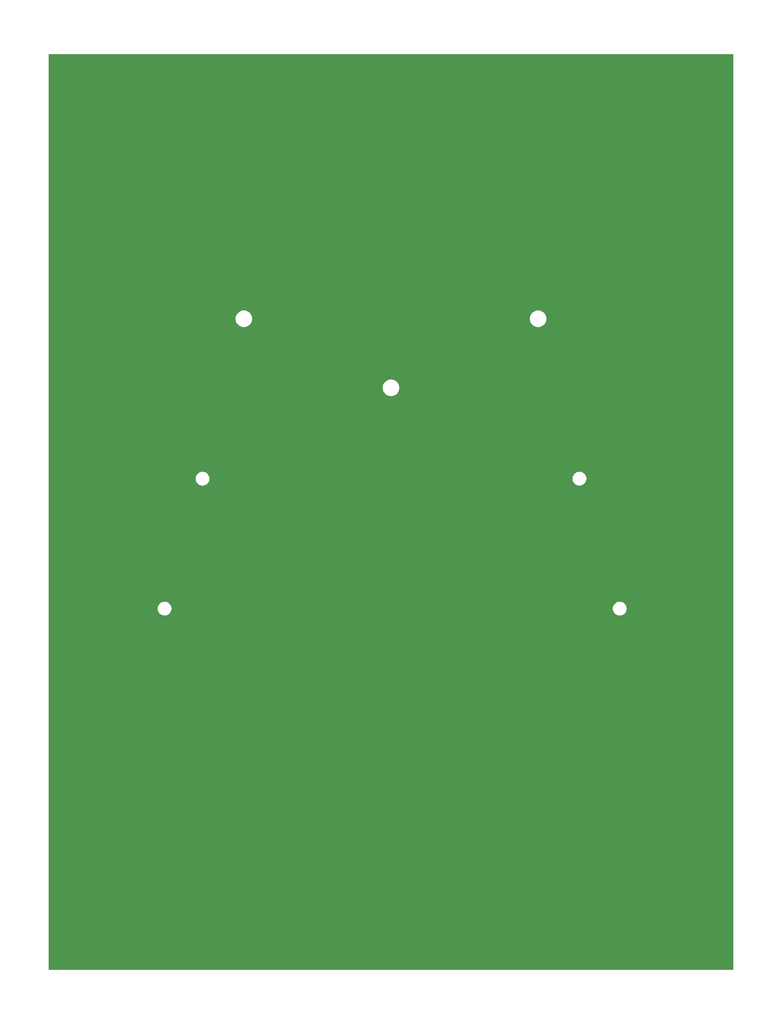
<source format=gtl>
%TF.GenerationSoftware,KiCad,Pcbnew,9.0.0*%
%TF.CreationDate,2025-03-15T21:35:03+01:00*%
%TF.ProjectId,DMH_Dual_VCF_Diode_Ladder_Mk2_PANEL,444d485f-4475-4616-9c5f-5643465f4469,rev?*%
%TF.SameCoordinates,Original*%
%TF.FileFunction,Copper,L1,Top*%
%TF.FilePolarity,Positive*%
%FSLAX46Y46*%
G04 Gerber Fmt 4.6, Leading zero omitted, Abs format (unit mm)*
G04 Created by KiCad (PCBNEW 9.0.0) date 2025-03-15 21:35:03*
%MOMM*%
%LPD*%
G01*
G04 APERTURE LIST*
%TA.AperFunction,ComponentPad*%
%ADD10C,2.900000*%
%TD*%
%TA.AperFunction,ComponentPad*%
%ADD11C,13.000000*%
%TD*%
%TA.AperFunction,ComponentPad*%
%ADD12C,0.500000*%
%TD*%
%TA.AperFunction,ConnectorPad*%
%ADD13C,12.000000*%
%TD*%
%TA.AperFunction,ComponentPad*%
%ADD14C,4.000000*%
%TD*%
%TA.AperFunction,ComponentPad*%
%ADD15O,2.500000X1.500000*%
%TD*%
G04 APERTURE END LIST*
D10*
%TO.P,H34,1,1*%
%TO.N,GND*%
X122000000Y-133900000D03*
D11*
X122000000Y-140000000D03*
%TD*%
D12*
%TO.P,H15,1,1*%
%TO.N,GND*%
X144300000Y-190250000D03*
X145960000Y-186220000D03*
X145970000Y-194290000D03*
X150000000Y-184550000D03*
D13*
X150000000Y-190250000D03*
D12*
X150000000Y-195950000D03*
X154030000Y-194290000D03*
X154040000Y-186220000D03*
X155700000Y-190250000D03*
%TD*%
D10*
%TO.P,H33,1,1*%
%TO.N,GND*%
X100000000Y-202650000D03*
D11*
X100000000Y-208750000D03*
%TD*%
D14*
%TO.P,H3,1,1*%
%TO.N,GND*%
X28500000Y-226500000D03*
%TD*%
D13*
%TO.P,H22,1,1*%
%TO.N,GND*%
X159000000Y-134000000D03*
%TD*%
D12*
%TO.P,H25,1,1*%
%TO.N,GND*%
X144300000Y-208750000D03*
X145960000Y-204720000D03*
X145970000Y-212790000D03*
X150000000Y-203050000D03*
D13*
X150000000Y-208750000D03*
D12*
X150000000Y-214450000D03*
X154030000Y-212790000D03*
X154040000Y-204720000D03*
X155700000Y-208750000D03*
%TD*%
%TO.P,H16,1,1*%
%TO.N,GND*%
X160800000Y-190250000D03*
X162460000Y-186220000D03*
X162470000Y-194290000D03*
X166500000Y-184550000D03*
D13*
X166500000Y-190250000D03*
D12*
X166500000Y-195950000D03*
X170530000Y-194290000D03*
X170540000Y-186220000D03*
X172200000Y-190250000D03*
%TD*%
D14*
%TO.P,H39,1,1*%
%TO.N,GND*%
X128500000Y-226500000D03*
%TD*%
D10*
%TO.P,H23,1,1*%
%TO.N,GND*%
X117000000Y-184150000D03*
D11*
X117000000Y-190250000D03*
%TD*%
D12*
%TO.P,H5,1,1*%
%TO.N,GND*%
X27800000Y-190250000D03*
X29460000Y-186220000D03*
X29470000Y-194290000D03*
X33500000Y-184550000D03*
D13*
X33500000Y-190250000D03*
D12*
X33500000Y-195950000D03*
X37530000Y-194290000D03*
X37540000Y-186220000D03*
X39200000Y-190250000D03*
%TD*%
D13*
%TO.P,H17,1,1*%
%TO.N,GND*%
X38000000Y-166000000D03*
%TD*%
%TO.P,H10,1,1*%
%TO.N,GND*%
X45000000Y-99000000D03*
D15*
X45000000Y-105000000D03*
%TD*%
D13*
%TO.P,H12,1,1*%
%TO.N,GND*%
X41000000Y-134000000D03*
%TD*%
D10*
%TO.P,H44,1,1*%
%TO.N,GND*%
X100000000Y-184150000D03*
D11*
X100000000Y-190250000D03*
%TD*%
D13*
%TO.P,H32,1,1*%
%TO.N,GND*%
X112500000Y-166000000D03*
%TD*%
D12*
%TO.P,H50,1,1*%
%TO.N,GND*%
X127800000Y-208750000D03*
X129460000Y-204720000D03*
X129470000Y-212790000D03*
X133500000Y-203050000D03*
D13*
X133500000Y-208750000D03*
D12*
X133500000Y-214450000D03*
X137530000Y-212790000D03*
X137540000Y-204720000D03*
X139200000Y-208750000D03*
%TD*%
D13*
%TO.P,H11,1,1*%
%TO.N,GND*%
X80000000Y-111000000D03*
D15*
X80000000Y-117000000D03*
%TD*%
D10*
%TO.P,H20,1,1*%
%TO.N,GND*%
X78000000Y-133900000D03*
D11*
X78000000Y-140000000D03*
%TD*%
D10*
%TO.P,H24,1,1*%
%TO.N,GND*%
X136000000Y-133900000D03*
D11*
X136000000Y-140000000D03*
%TD*%
D12*
%TO.P,H29,1,1*%
%TO.N,GND*%
X111300000Y-208750000D03*
X112960000Y-204720000D03*
X112970000Y-212790000D03*
X117000000Y-203050000D03*
D13*
X117000000Y-208750000D03*
D12*
X117000000Y-214450000D03*
X121030000Y-212790000D03*
X121040000Y-204720000D03*
X122700000Y-208750000D03*
%TD*%
D13*
%TO.P,H13,1,1*%
%TO.N,GND*%
X87500000Y-166000000D03*
%TD*%
D14*
%TO.P,H36,1,1*%
%TO.N,GND*%
X71500000Y-33500000D03*
%TD*%
D12*
%TO.P,H6,1,1*%
%TO.N,GND*%
X44300000Y-190250000D03*
X45960000Y-186220000D03*
X45970000Y-194290000D03*
X50000000Y-184550000D03*
D13*
X50000000Y-190250000D03*
D12*
X50000000Y-195950000D03*
X54030000Y-194290000D03*
X54040000Y-186220000D03*
X55700000Y-190250000D03*
%TD*%
D14*
%TO.P,H37,1,1*%
%TO.N,GND*%
X71500000Y-226500000D03*
%TD*%
D12*
%TO.P,H30,1,1*%
%TO.N,GND*%
X160800000Y-208750000D03*
X162460000Y-204720000D03*
X162470000Y-212790000D03*
X166500000Y-203050000D03*
D13*
X166500000Y-208750000D03*
D12*
X166500000Y-214450000D03*
X170530000Y-212790000D03*
X170540000Y-204720000D03*
X172200000Y-208750000D03*
%TD*%
D13*
%TO.P,H27,1,1*%
%TO.N,GND*%
X151000000Y-61000000D03*
D15*
X151000000Y-67000000D03*
%TD*%
D14*
%TO.P,H38,1,1*%
%TO.N,GND*%
X128500000Y-33500000D03*
%TD*%
D13*
%TO.P,H9,1,1*%
%TO.N,GND*%
X49000000Y-61000000D03*
D15*
X49000000Y-67000000D03*
%TD*%
D12*
%TO.P,H8,1,1*%
%TO.N,GND*%
X27800000Y-208750000D03*
X29460000Y-204720000D03*
X29470000Y-212790000D03*
X33500000Y-203050000D03*
D13*
X33500000Y-208750000D03*
D12*
X33500000Y-214450000D03*
X37530000Y-212790000D03*
X37540000Y-204720000D03*
X39200000Y-208750000D03*
%TD*%
D13*
%TO.P,H31,1,1*%
%TO.N,GND*%
X120000000Y-111000000D03*
D15*
X120000000Y-117000000D03*
%TD*%
D12*
%TO.P,H18,1,1*%
%TO.N,GND*%
X44300000Y-208750000D03*
X45960000Y-204720000D03*
X45970000Y-212790000D03*
X50000000Y-203050000D03*
D13*
X50000000Y-208750000D03*
D12*
X50000000Y-214450000D03*
X54030000Y-212790000D03*
X54040000Y-204720000D03*
X55700000Y-208750000D03*
%TD*%
D10*
%TO.P,H19,1,1*%
%TO.N,GND*%
X83000000Y-184150000D03*
D11*
X83000000Y-190250000D03*
%TD*%
D13*
%TO.P,H21,1,1*%
%TO.N,GND*%
X155000000Y-99000000D03*
D15*
X155000000Y-105000000D03*
%TD*%
D14*
%TO.P,H2,1,1*%
%TO.N,GND*%
X171500000Y-33500000D03*
%TD*%
%TO.P,H4,1,1*%
%TO.N,GND*%
X171500000Y-226500000D03*
%TD*%
D13*
%TO.P,H28,1,1*%
%TO.N,GND*%
X162000000Y-166000000D03*
%TD*%
D12*
%TO.P,H7,1,1*%
%TO.N,GND*%
X77300000Y-208750000D03*
X78960000Y-204720000D03*
X78970000Y-212790000D03*
X83000000Y-203050000D03*
D13*
X83000000Y-208750000D03*
D12*
X83000000Y-214450000D03*
X87030000Y-212790000D03*
X87040000Y-204720000D03*
X88700000Y-208750000D03*
%TD*%
D13*
%TO.P,H43,1,1*%
%TO.N,GND*%
X100000000Y-70000000D03*
D15*
X100000000Y-76000000D03*
%TD*%
D14*
%TO.P,H1,1,1*%
%TO.N,GND*%
X28500000Y-33500000D03*
%TD*%
D13*
%TO.P,H46,1,1*%
%TO.N,GND*%
X137250000Y-166000000D03*
%TD*%
D12*
%TO.P,H48,1,1*%
%TO.N,GND*%
X60800000Y-208750000D03*
X62460000Y-204720000D03*
X62470000Y-212790000D03*
X66500000Y-203050000D03*
D13*
X66500000Y-208750000D03*
D12*
X66500000Y-214450000D03*
X70530000Y-212790000D03*
X70540000Y-204720000D03*
X72200000Y-208750000D03*
%TD*%
D13*
%TO.P,H45,1,1*%
%TO.N,GND*%
X62750000Y-166000000D03*
%TD*%
D10*
%TO.P,H14,1,1*%
%TO.N,GND*%
X64000000Y-133900000D03*
D11*
X64000000Y-140000000D03*
%TD*%
D10*
%TO.P,H26,1,1*%
%TO.N,GND*%
X92000000Y-133900000D03*
D11*
X92000000Y-140000000D03*
%TD*%
D12*
%TO.P,H47,1,1*%
%TO.N,GND*%
X60800000Y-190250000D03*
X62460000Y-186220000D03*
X62470000Y-194290000D03*
X66500000Y-184550000D03*
D13*
X66500000Y-190250000D03*
D12*
X66500000Y-195950000D03*
X70530000Y-194290000D03*
X70540000Y-186220000D03*
X72200000Y-190250000D03*
%TD*%
%TO.P,H49,1,1*%
%TO.N,GND*%
X127800000Y-190250000D03*
X129460000Y-186220000D03*
X129470000Y-194290000D03*
X133500000Y-184550000D03*
D13*
X133500000Y-190250000D03*
D12*
X133500000Y-195950000D03*
X137530000Y-194290000D03*
X137540000Y-186220000D03*
X139200000Y-190250000D03*
%TD*%
D10*
%TO.P,H35,1,1*%
%TO.N,GND*%
X108000000Y-133900000D03*
D11*
X108000000Y-140000000D03*
%TD*%
%TA.AperFunction,Conductor*%
%TO.N,GND*%
G36*
X174442539Y-30520185D02*
G01*
X174488294Y-30572989D01*
X174499500Y-30624500D01*
X174499500Y-229375500D01*
X174479815Y-229442539D01*
X174427011Y-229488294D01*
X174375500Y-229499500D01*
X25624500Y-229499500D01*
X25557461Y-229479815D01*
X25511706Y-229427011D01*
X25500500Y-229375500D01*
X25500500Y-208537814D01*
X28099500Y-208537814D01*
X28099500Y-208558097D01*
X28099500Y-208962186D01*
X28132796Y-209385250D01*
X28199182Y-209804398D01*
X28298250Y-210217045D01*
X28298254Y-210217056D01*
X28429385Y-210620641D01*
X28496000Y-210781463D01*
X28591789Y-211012716D01*
X28784450Y-211390835D01*
X28784457Y-211390848D01*
X28784460Y-211390853D01*
X28807375Y-211428246D01*
X29006184Y-211752672D01*
X29006192Y-211752683D01*
X29006198Y-211752692D01*
X29255617Y-212095989D01*
X29255627Y-212096003D01*
X29378919Y-212240358D01*
X29531231Y-212418692D01*
X29831308Y-212718769D01*
X29831314Y-212718774D01*
X30153996Y-212994372D01*
X30154010Y-212994382D01*
X30361749Y-213145313D01*
X30497328Y-213243816D01*
X30625685Y-213322473D01*
X30859146Y-213465539D01*
X30859151Y-213465542D01*
X30859156Y-213465544D01*
X30859165Y-213465550D01*
X31237284Y-213658211D01*
X31629353Y-213820612D01*
X31629358Y-213820614D01*
X31731979Y-213853957D01*
X32032955Y-213951750D01*
X32445602Y-214050818D01*
X32864750Y-214117204D01*
X33287814Y-214150500D01*
X33287822Y-214150500D01*
X33712178Y-214150500D01*
X33712186Y-214150500D01*
X34135250Y-214117204D01*
X34554398Y-214050818D01*
X34967045Y-213951750D01*
X35370647Y-213820612D01*
X35762716Y-213658211D01*
X36140835Y-213465550D01*
X36502672Y-213243816D01*
X36845997Y-212994377D01*
X37168692Y-212718769D01*
X37468769Y-212418692D01*
X37744377Y-212095997D01*
X37993816Y-211752672D01*
X38215550Y-211390835D01*
X38408211Y-211012716D01*
X38570612Y-210620647D01*
X38701750Y-210217045D01*
X38800818Y-209804398D01*
X38867204Y-209385250D01*
X38900500Y-208962186D01*
X38900500Y-208537814D01*
X44599500Y-208537814D01*
X44599500Y-208558097D01*
X44599500Y-208962186D01*
X44632796Y-209385250D01*
X44699182Y-209804398D01*
X44798250Y-210217045D01*
X44798254Y-210217056D01*
X44929385Y-210620641D01*
X44996000Y-210781463D01*
X45091789Y-211012716D01*
X45284450Y-211390835D01*
X45284457Y-211390848D01*
X45284460Y-211390853D01*
X45307375Y-211428246D01*
X45506184Y-211752672D01*
X45506192Y-211752683D01*
X45506198Y-211752692D01*
X45755617Y-212095989D01*
X45755627Y-212096003D01*
X45878919Y-212240358D01*
X46031231Y-212418692D01*
X46331308Y-212718769D01*
X46331314Y-212718774D01*
X46653996Y-212994372D01*
X46654010Y-212994382D01*
X46861749Y-213145313D01*
X46997328Y-213243816D01*
X47125685Y-213322473D01*
X47359146Y-213465539D01*
X47359151Y-213465542D01*
X47359156Y-213465544D01*
X47359165Y-213465550D01*
X47737284Y-213658211D01*
X48129353Y-213820612D01*
X48129358Y-213820614D01*
X48231979Y-213853957D01*
X48532955Y-213951750D01*
X48945602Y-214050818D01*
X49364750Y-214117204D01*
X49787814Y-214150500D01*
X49787822Y-214150500D01*
X50212178Y-214150500D01*
X50212186Y-214150500D01*
X50635250Y-214117204D01*
X51054398Y-214050818D01*
X51467045Y-213951750D01*
X51870647Y-213820612D01*
X52262716Y-213658211D01*
X52640835Y-213465550D01*
X53002672Y-213243816D01*
X53345997Y-212994377D01*
X53668692Y-212718769D01*
X53968769Y-212418692D01*
X54244377Y-212095997D01*
X54493816Y-211752672D01*
X54715550Y-211390835D01*
X54908211Y-211012716D01*
X55070612Y-210620647D01*
X55201750Y-210217045D01*
X55300818Y-209804398D01*
X55367204Y-209385250D01*
X55400500Y-208962186D01*
X55400500Y-208537814D01*
X61099500Y-208537814D01*
X61099500Y-208558097D01*
X61099500Y-208962186D01*
X61132796Y-209385250D01*
X61199182Y-209804398D01*
X61298250Y-210217045D01*
X61298254Y-210217056D01*
X61429385Y-210620641D01*
X61496000Y-210781463D01*
X61591789Y-211012716D01*
X61784450Y-211390835D01*
X61784457Y-211390848D01*
X61784460Y-211390853D01*
X61807375Y-211428246D01*
X62006184Y-211752672D01*
X62006192Y-211752683D01*
X62006198Y-211752692D01*
X62255617Y-212095989D01*
X62255627Y-212096003D01*
X62378919Y-212240358D01*
X62531231Y-212418692D01*
X62831308Y-212718769D01*
X62831314Y-212718774D01*
X63153996Y-212994372D01*
X63154010Y-212994382D01*
X63361749Y-213145313D01*
X63497328Y-213243816D01*
X63625685Y-213322473D01*
X63859146Y-213465539D01*
X63859151Y-213465542D01*
X63859156Y-213465544D01*
X63859165Y-213465550D01*
X64237284Y-213658211D01*
X64629353Y-213820612D01*
X64629358Y-213820614D01*
X64731979Y-213853957D01*
X65032955Y-213951750D01*
X65445602Y-214050818D01*
X65864750Y-214117204D01*
X66287814Y-214150500D01*
X66287822Y-214150500D01*
X66712178Y-214150500D01*
X66712186Y-214150500D01*
X67135250Y-214117204D01*
X67554398Y-214050818D01*
X67967045Y-213951750D01*
X68370647Y-213820612D01*
X68762716Y-213658211D01*
X69140835Y-213465550D01*
X69502672Y-213243816D01*
X69845997Y-212994377D01*
X70168692Y-212718769D01*
X70468769Y-212418692D01*
X70744377Y-212095997D01*
X70993816Y-211752672D01*
X71215550Y-211390835D01*
X71408211Y-211012716D01*
X71570612Y-210620647D01*
X71701750Y-210217045D01*
X71800818Y-209804398D01*
X71867204Y-209385250D01*
X71900500Y-208962186D01*
X71900500Y-208537814D01*
X77599500Y-208537814D01*
X77599500Y-208558097D01*
X77599500Y-208962186D01*
X77632796Y-209385250D01*
X77699182Y-209804398D01*
X77798250Y-210217045D01*
X77798254Y-210217056D01*
X77929385Y-210620641D01*
X77996000Y-210781463D01*
X78091789Y-211012716D01*
X78284450Y-211390835D01*
X78284457Y-211390848D01*
X78284460Y-211390853D01*
X78307375Y-211428246D01*
X78506184Y-211752672D01*
X78506192Y-211752683D01*
X78506198Y-211752692D01*
X78755617Y-212095989D01*
X78755627Y-212096003D01*
X78878919Y-212240358D01*
X79031231Y-212418692D01*
X79331308Y-212718769D01*
X79331314Y-212718774D01*
X79653996Y-212994372D01*
X79654010Y-212994382D01*
X79861749Y-213145313D01*
X79997328Y-213243816D01*
X80125685Y-213322473D01*
X80359146Y-213465539D01*
X80359151Y-213465542D01*
X80359156Y-213465544D01*
X80359165Y-213465550D01*
X80737284Y-213658211D01*
X81129353Y-213820612D01*
X81129358Y-213820614D01*
X81231979Y-213853957D01*
X81532955Y-213951750D01*
X81945602Y-214050818D01*
X82364750Y-214117204D01*
X82787814Y-214150500D01*
X82787822Y-214150500D01*
X83212178Y-214150500D01*
X83212186Y-214150500D01*
X83635250Y-214117204D01*
X84054398Y-214050818D01*
X84467045Y-213951750D01*
X84870647Y-213820612D01*
X85262716Y-213658211D01*
X85640835Y-213465550D01*
X86002672Y-213243816D01*
X86345997Y-212994377D01*
X86668692Y-212718769D01*
X86968769Y-212418692D01*
X87244377Y-212095997D01*
X87493816Y-211752672D01*
X87715550Y-211390835D01*
X87908211Y-211012716D01*
X88070612Y-210620647D01*
X88201750Y-210217045D01*
X88300818Y-209804398D01*
X88367204Y-209385250D01*
X88400500Y-208962186D01*
X88400500Y-208537814D01*
X111599500Y-208537814D01*
X111599500Y-208558097D01*
X111599500Y-208962186D01*
X111632796Y-209385250D01*
X111699182Y-209804398D01*
X111798250Y-210217045D01*
X111798254Y-210217056D01*
X111929385Y-210620641D01*
X111996000Y-210781463D01*
X112091789Y-211012716D01*
X112284450Y-211390835D01*
X112284457Y-211390848D01*
X112284460Y-211390853D01*
X112307375Y-211428246D01*
X112506184Y-211752672D01*
X112506192Y-211752683D01*
X112506198Y-211752692D01*
X112755617Y-212095989D01*
X112755627Y-212096003D01*
X112878919Y-212240358D01*
X113031231Y-212418692D01*
X113331308Y-212718769D01*
X113331314Y-212718774D01*
X113653996Y-212994372D01*
X113654010Y-212994382D01*
X113861749Y-213145313D01*
X113997328Y-213243816D01*
X114125685Y-213322473D01*
X114359146Y-213465539D01*
X114359151Y-213465542D01*
X114359156Y-213465544D01*
X114359165Y-213465550D01*
X114737284Y-213658211D01*
X115129353Y-213820612D01*
X115129358Y-213820614D01*
X115231979Y-213853957D01*
X115532955Y-213951750D01*
X115945602Y-214050818D01*
X116364750Y-214117204D01*
X116787814Y-214150500D01*
X116787822Y-214150500D01*
X117212178Y-214150500D01*
X117212186Y-214150500D01*
X117635250Y-214117204D01*
X118054398Y-214050818D01*
X118467045Y-213951750D01*
X118870647Y-213820612D01*
X119262716Y-213658211D01*
X119640835Y-213465550D01*
X120002672Y-213243816D01*
X120345997Y-212994377D01*
X120668692Y-212718769D01*
X120968769Y-212418692D01*
X121244377Y-212095997D01*
X121493816Y-211752672D01*
X121715550Y-211390835D01*
X121908211Y-211012716D01*
X122070612Y-210620647D01*
X122201750Y-210217045D01*
X122300818Y-209804398D01*
X122367204Y-209385250D01*
X122400500Y-208962186D01*
X122400500Y-208537814D01*
X128099500Y-208537814D01*
X128099500Y-208558097D01*
X128099500Y-208962186D01*
X128132796Y-209385250D01*
X128199182Y-209804398D01*
X128298250Y-210217045D01*
X128298254Y-210217056D01*
X128429385Y-210620641D01*
X128496000Y-210781463D01*
X128591789Y-211012716D01*
X128784450Y-211390835D01*
X128784457Y-211390848D01*
X128784460Y-211390853D01*
X128807375Y-211428246D01*
X129006184Y-211752672D01*
X129006192Y-211752683D01*
X129006198Y-211752692D01*
X129255617Y-212095989D01*
X129255627Y-212096003D01*
X129378919Y-212240358D01*
X129531231Y-212418692D01*
X129831308Y-212718769D01*
X129831314Y-212718774D01*
X130153996Y-212994372D01*
X130154010Y-212994382D01*
X130361749Y-213145313D01*
X130497328Y-213243816D01*
X130625685Y-213322473D01*
X130859146Y-213465539D01*
X130859151Y-213465542D01*
X130859156Y-213465544D01*
X130859165Y-213465550D01*
X131237284Y-213658211D01*
X131629353Y-213820612D01*
X131629358Y-213820614D01*
X131731979Y-213853957D01*
X132032955Y-213951750D01*
X132445602Y-214050818D01*
X132864750Y-214117204D01*
X133287814Y-214150500D01*
X133287822Y-214150500D01*
X133712178Y-214150500D01*
X133712186Y-214150500D01*
X134135250Y-214117204D01*
X134554398Y-214050818D01*
X134967045Y-213951750D01*
X135370647Y-213820612D01*
X135762716Y-213658211D01*
X136140835Y-213465550D01*
X136502672Y-213243816D01*
X136845997Y-212994377D01*
X137168692Y-212718769D01*
X137468769Y-212418692D01*
X137744377Y-212095997D01*
X137993816Y-211752672D01*
X138215550Y-211390835D01*
X138408211Y-211012716D01*
X138570612Y-210620647D01*
X138701750Y-210217045D01*
X138800818Y-209804398D01*
X138867204Y-209385250D01*
X138900500Y-208962186D01*
X138900500Y-208537814D01*
X144599500Y-208537814D01*
X144599500Y-208558097D01*
X144599500Y-208962186D01*
X144632796Y-209385250D01*
X144699182Y-209804398D01*
X144798250Y-210217045D01*
X144798254Y-210217056D01*
X144929385Y-210620641D01*
X144996000Y-210781463D01*
X145091789Y-211012716D01*
X145284450Y-211390835D01*
X145284457Y-211390848D01*
X145284460Y-211390853D01*
X145307375Y-211428246D01*
X145506184Y-211752672D01*
X145506192Y-211752683D01*
X145506198Y-211752692D01*
X145755617Y-212095989D01*
X145755627Y-212096003D01*
X145878919Y-212240358D01*
X146031231Y-212418692D01*
X146331308Y-212718769D01*
X146331314Y-212718774D01*
X146653996Y-212994372D01*
X146654010Y-212994382D01*
X146861749Y-213145313D01*
X146997328Y-213243816D01*
X147125685Y-213322473D01*
X147359146Y-213465539D01*
X147359151Y-213465542D01*
X147359156Y-213465544D01*
X147359165Y-213465550D01*
X147737284Y-213658211D01*
X148129353Y-213820612D01*
X148129358Y-213820614D01*
X148231979Y-213853957D01*
X148532955Y-213951750D01*
X148945602Y-214050818D01*
X149364750Y-214117204D01*
X149787814Y-214150500D01*
X149787822Y-214150500D01*
X150212178Y-214150500D01*
X150212186Y-214150500D01*
X150635250Y-214117204D01*
X151054398Y-214050818D01*
X151467045Y-213951750D01*
X151870647Y-213820612D01*
X152262716Y-213658211D01*
X152640835Y-213465550D01*
X153002672Y-213243816D01*
X153345997Y-212994377D01*
X153668692Y-212718769D01*
X153968769Y-212418692D01*
X154244377Y-212095997D01*
X154493816Y-211752672D01*
X154715550Y-211390835D01*
X154908211Y-211012716D01*
X155070612Y-210620647D01*
X155201750Y-210217045D01*
X155300818Y-209804398D01*
X155367204Y-209385250D01*
X155400500Y-208962186D01*
X155400500Y-208537814D01*
X161099500Y-208537814D01*
X161099500Y-208558097D01*
X161099500Y-208962186D01*
X161132796Y-209385250D01*
X161199182Y-209804398D01*
X161298250Y-210217045D01*
X161298254Y-210217056D01*
X161429385Y-210620641D01*
X161496000Y-210781463D01*
X161591789Y-211012716D01*
X161784450Y-211390835D01*
X161784457Y-211390848D01*
X161784460Y-211390853D01*
X161807375Y-211428246D01*
X162006184Y-211752672D01*
X162006192Y-211752683D01*
X162006198Y-211752692D01*
X162255617Y-212095989D01*
X162255627Y-212096003D01*
X162378919Y-212240358D01*
X162531231Y-212418692D01*
X162831308Y-212718769D01*
X162831314Y-212718774D01*
X163153996Y-212994372D01*
X163154010Y-212994382D01*
X163361749Y-213145313D01*
X163497328Y-213243816D01*
X163625685Y-213322473D01*
X163859146Y-213465539D01*
X163859151Y-213465542D01*
X163859156Y-213465544D01*
X163859165Y-213465550D01*
X164237284Y-213658211D01*
X164629353Y-213820612D01*
X164629358Y-213820614D01*
X164731979Y-213853957D01*
X165032955Y-213951750D01*
X165445602Y-214050818D01*
X165864750Y-214117204D01*
X166287814Y-214150500D01*
X166287822Y-214150500D01*
X166712178Y-214150500D01*
X166712186Y-214150500D01*
X167135250Y-214117204D01*
X167554398Y-214050818D01*
X167967045Y-213951750D01*
X168370647Y-213820612D01*
X168762716Y-213658211D01*
X169140835Y-213465550D01*
X169502672Y-213243816D01*
X169845997Y-212994377D01*
X170168692Y-212718769D01*
X170468769Y-212418692D01*
X170744377Y-212095997D01*
X170993816Y-211752672D01*
X171215550Y-211390835D01*
X171408211Y-211012716D01*
X171570612Y-210620647D01*
X171701750Y-210217045D01*
X171800818Y-209804398D01*
X171867204Y-209385250D01*
X171900500Y-208962186D01*
X171900500Y-208537814D01*
X171867204Y-208114750D01*
X171800818Y-207695602D01*
X171701750Y-207282955D01*
X171570612Y-206879353D01*
X171408211Y-206487284D01*
X171215550Y-206109165D01*
X171215544Y-206109156D01*
X171215542Y-206109151D01*
X171215539Y-206109146D01*
X170993823Y-205747340D01*
X170993816Y-205747328D01*
X170744377Y-205404003D01*
X170744372Y-205403996D01*
X170468774Y-205081314D01*
X170468769Y-205081308D01*
X170168692Y-204781231D01*
X170168685Y-204781225D01*
X169846003Y-204505627D01*
X169845989Y-204505617D01*
X169502692Y-204256198D01*
X169502683Y-204256192D01*
X169502672Y-204256184D01*
X169502659Y-204256176D01*
X169140853Y-204034460D01*
X169140848Y-204034457D01*
X169140838Y-204034452D01*
X169140835Y-204034450D01*
X168762716Y-203841789D01*
X168762702Y-203841783D01*
X168370641Y-203679385D01*
X168083478Y-203586081D01*
X167967045Y-203548250D01*
X167554398Y-203449182D01*
X167135250Y-203382796D01*
X166712191Y-203349500D01*
X166712186Y-203349500D01*
X166287814Y-203349500D01*
X166287808Y-203349500D01*
X165864749Y-203382796D01*
X165864748Y-203382796D01*
X165445607Y-203449181D01*
X165445604Y-203449181D01*
X165445602Y-203449182D01*
X165297817Y-203484661D01*
X165032966Y-203548247D01*
X165032960Y-203548248D01*
X165032955Y-203548250D01*
X165032943Y-203548254D01*
X164629358Y-203679385D01*
X164237297Y-203841783D01*
X164237284Y-203841789D01*
X163859151Y-204034457D01*
X163859146Y-204034460D01*
X163497340Y-204256176D01*
X163497307Y-204256198D01*
X163154010Y-204505617D01*
X163153996Y-204505627D01*
X162831314Y-204781225D01*
X162831300Y-204781238D01*
X162531238Y-205081300D01*
X162531225Y-205081314D01*
X162255627Y-205403996D01*
X162255617Y-205404010D01*
X162006198Y-205747307D01*
X162006176Y-205747340D01*
X161784460Y-206109146D01*
X161784457Y-206109151D01*
X161591789Y-206487284D01*
X161591783Y-206487297D01*
X161429385Y-206879358D01*
X161298254Y-207282943D01*
X161298247Y-207282966D01*
X161199181Y-207695607D01*
X161183000Y-207797774D01*
X161132796Y-208114750D01*
X161099500Y-208537814D01*
X155400500Y-208537814D01*
X155367204Y-208114750D01*
X155300818Y-207695602D01*
X155201750Y-207282955D01*
X155070612Y-206879353D01*
X154908211Y-206487284D01*
X154715550Y-206109165D01*
X154715544Y-206109156D01*
X154715542Y-206109151D01*
X154715539Y-206109146D01*
X154493823Y-205747340D01*
X154493816Y-205747328D01*
X154244377Y-205404003D01*
X154244372Y-205403996D01*
X153968774Y-205081314D01*
X153968769Y-205081308D01*
X153668692Y-204781231D01*
X153668685Y-204781225D01*
X153346003Y-204505627D01*
X153345989Y-204505617D01*
X153002692Y-204256198D01*
X153002683Y-204256192D01*
X153002672Y-204256184D01*
X153002659Y-204256176D01*
X152640853Y-204034460D01*
X152640848Y-204034457D01*
X152640838Y-204034452D01*
X152640835Y-204034450D01*
X152262716Y-203841789D01*
X152262702Y-203841783D01*
X151870641Y-203679385D01*
X151583478Y-203586081D01*
X151467045Y-203548250D01*
X151054398Y-203449182D01*
X150635250Y-203382796D01*
X150212191Y-203349500D01*
X150212186Y-203349500D01*
X149787814Y-203349500D01*
X149787808Y-203349500D01*
X149364749Y-203382796D01*
X149364748Y-203382796D01*
X148945607Y-203449181D01*
X148945604Y-203449181D01*
X148945602Y-203449182D01*
X148797817Y-203484661D01*
X148532966Y-203548247D01*
X148532960Y-203548248D01*
X148532955Y-203548250D01*
X148532943Y-203548254D01*
X148129358Y-203679385D01*
X147737297Y-203841783D01*
X147737284Y-203841789D01*
X147359151Y-204034457D01*
X147359146Y-204034460D01*
X146997340Y-204256176D01*
X146997307Y-204256198D01*
X146654010Y-204505617D01*
X146653996Y-204505627D01*
X146331314Y-204781225D01*
X146331300Y-204781238D01*
X146031238Y-205081300D01*
X146031225Y-205081314D01*
X145755627Y-205403996D01*
X145755617Y-205404010D01*
X145506198Y-205747307D01*
X145506176Y-205747340D01*
X145284460Y-206109146D01*
X145284457Y-206109151D01*
X145091789Y-206487284D01*
X145091783Y-206487297D01*
X144929385Y-206879358D01*
X144798254Y-207282943D01*
X144798247Y-207282966D01*
X144699181Y-207695607D01*
X144683000Y-207797774D01*
X144632796Y-208114750D01*
X144599500Y-208537814D01*
X138900500Y-208537814D01*
X138867204Y-208114750D01*
X138800818Y-207695602D01*
X138701750Y-207282955D01*
X138570612Y-206879353D01*
X138408211Y-206487284D01*
X138215550Y-206109165D01*
X138215544Y-206109156D01*
X138215542Y-206109151D01*
X138215539Y-206109146D01*
X137993823Y-205747340D01*
X137993816Y-205747328D01*
X137744377Y-205404003D01*
X137744372Y-205403996D01*
X137468774Y-205081314D01*
X137468769Y-205081308D01*
X137168692Y-204781231D01*
X137168685Y-204781225D01*
X136846003Y-204505627D01*
X136845989Y-204505617D01*
X136502692Y-204256198D01*
X136502683Y-204256192D01*
X136502672Y-204256184D01*
X136502659Y-204256176D01*
X136140853Y-204034460D01*
X136140848Y-204034457D01*
X136140838Y-204034452D01*
X136140835Y-204034450D01*
X135762716Y-203841789D01*
X135762702Y-203841783D01*
X135370641Y-203679385D01*
X135083478Y-203586081D01*
X134967045Y-203548250D01*
X134554398Y-203449182D01*
X134135250Y-203382796D01*
X133712191Y-203349500D01*
X133712186Y-203349500D01*
X133287814Y-203349500D01*
X133287808Y-203349500D01*
X132864749Y-203382796D01*
X132864748Y-203382796D01*
X132445607Y-203449181D01*
X132445604Y-203449181D01*
X132445602Y-203449182D01*
X132297817Y-203484661D01*
X132032966Y-203548247D01*
X132032960Y-203548248D01*
X132032955Y-203548250D01*
X132032943Y-203548254D01*
X131629358Y-203679385D01*
X131237297Y-203841783D01*
X131237284Y-203841789D01*
X130859151Y-204034457D01*
X130859146Y-204034460D01*
X130497340Y-204256176D01*
X130497307Y-204256198D01*
X130154010Y-204505617D01*
X130153996Y-204505627D01*
X129831314Y-204781225D01*
X129831300Y-204781238D01*
X129531238Y-205081300D01*
X129531225Y-205081314D01*
X129255627Y-205403996D01*
X129255617Y-205404010D01*
X129006198Y-205747307D01*
X129006176Y-205747340D01*
X128784460Y-206109146D01*
X128784457Y-206109151D01*
X128591789Y-206487284D01*
X128591783Y-206487297D01*
X128429385Y-206879358D01*
X128298254Y-207282943D01*
X128298247Y-207282966D01*
X128199181Y-207695607D01*
X128183000Y-207797774D01*
X128132796Y-208114750D01*
X128099500Y-208537814D01*
X122400500Y-208537814D01*
X122367204Y-208114750D01*
X122300818Y-207695602D01*
X122201750Y-207282955D01*
X122070612Y-206879353D01*
X121908211Y-206487284D01*
X121715550Y-206109165D01*
X121715544Y-206109156D01*
X121715542Y-206109151D01*
X121715539Y-206109146D01*
X121493823Y-205747340D01*
X121493816Y-205747328D01*
X121244377Y-205404003D01*
X121244372Y-205403996D01*
X120968774Y-205081314D01*
X120968769Y-205081308D01*
X120668692Y-204781231D01*
X120668685Y-204781225D01*
X120346003Y-204505627D01*
X120345989Y-204505617D01*
X120002692Y-204256198D01*
X120002683Y-204256192D01*
X120002672Y-204256184D01*
X120002659Y-204256176D01*
X119640853Y-204034460D01*
X119640848Y-204034457D01*
X119640838Y-204034452D01*
X119640835Y-204034450D01*
X119262716Y-203841789D01*
X119262702Y-203841783D01*
X118870641Y-203679385D01*
X118583478Y-203586081D01*
X118467045Y-203548250D01*
X118054398Y-203449182D01*
X117635250Y-203382796D01*
X117212191Y-203349500D01*
X117212186Y-203349500D01*
X116787814Y-203349500D01*
X116787808Y-203349500D01*
X116364749Y-203382796D01*
X116364748Y-203382796D01*
X115945607Y-203449181D01*
X115945604Y-203449181D01*
X115945602Y-203449182D01*
X115797817Y-203484661D01*
X115532966Y-203548247D01*
X115532960Y-203548248D01*
X115532955Y-203548250D01*
X115532943Y-203548254D01*
X115129358Y-203679385D01*
X114737297Y-203841783D01*
X114737284Y-203841789D01*
X114359151Y-204034457D01*
X114359146Y-204034460D01*
X113997340Y-204256176D01*
X113997307Y-204256198D01*
X113654010Y-204505617D01*
X113653996Y-204505627D01*
X113331314Y-204781225D01*
X113331300Y-204781238D01*
X113031238Y-205081300D01*
X113031225Y-205081314D01*
X112755627Y-205403996D01*
X112755617Y-205404010D01*
X112506198Y-205747307D01*
X112506176Y-205747340D01*
X112284460Y-206109146D01*
X112284457Y-206109151D01*
X112091789Y-206487284D01*
X112091783Y-206487297D01*
X111929385Y-206879358D01*
X111798254Y-207282943D01*
X111798247Y-207282966D01*
X111699181Y-207695607D01*
X111683000Y-207797774D01*
X111632796Y-208114750D01*
X111599500Y-208537814D01*
X88400500Y-208537814D01*
X88367204Y-208114750D01*
X88300818Y-207695602D01*
X88201750Y-207282955D01*
X88070612Y-206879353D01*
X87908211Y-206487284D01*
X87715550Y-206109165D01*
X87715544Y-206109156D01*
X87715542Y-206109151D01*
X87715539Y-206109146D01*
X87493823Y-205747340D01*
X87493816Y-205747328D01*
X87244377Y-205404003D01*
X87244372Y-205403996D01*
X86968774Y-205081314D01*
X86968769Y-205081308D01*
X86668692Y-204781231D01*
X86668685Y-204781225D01*
X86346003Y-204505627D01*
X86345989Y-204505617D01*
X86002692Y-204256198D01*
X86002683Y-204256192D01*
X86002672Y-204256184D01*
X86002659Y-204256176D01*
X85640853Y-204034460D01*
X85640848Y-204034457D01*
X85640838Y-204034452D01*
X85640835Y-204034450D01*
X85262716Y-203841789D01*
X85262702Y-203841783D01*
X84870641Y-203679385D01*
X84583478Y-203586081D01*
X84467045Y-203548250D01*
X84054398Y-203449182D01*
X83635250Y-203382796D01*
X83212191Y-203349500D01*
X83212186Y-203349500D01*
X82787814Y-203349500D01*
X82787808Y-203349500D01*
X82364749Y-203382796D01*
X82364748Y-203382796D01*
X81945607Y-203449181D01*
X81945604Y-203449181D01*
X81945602Y-203449182D01*
X81797817Y-203484661D01*
X81532966Y-203548247D01*
X81532960Y-203548248D01*
X81532955Y-203548250D01*
X81532943Y-203548254D01*
X81129358Y-203679385D01*
X80737297Y-203841783D01*
X80737284Y-203841789D01*
X80359151Y-204034457D01*
X80359146Y-204034460D01*
X79997340Y-204256176D01*
X79997307Y-204256198D01*
X79654010Y-204505617D01*
X79653996Y-204505627D01*
X79331314Y-204781225D01*
X79331300Y-204781238D01*
X79031238Y-205081300D01*
X79031225Y-205081314D01*
X78755627Y-205403996D01*
X78755617Y-205404010D01*
X78506198Y-205747307D01*
X78506176Y-205747340D01*
X78284460Y-206109146D01*
X78284457Y-206109151D01*
X78091789Y-206487284D01*
X78091783Y-206487297D01*
X77929385Y-206879358D01*
X77798254Y-207282943D01*
X77798247Y-207282966D01*
X77699181Y-207695607D01*
X77683000Y-207797774D01*
X77632796Y-208114750D01*
X77599500Y-208537814D01*
X71900500Y-208537814D01*
X71867204Y-208114750D01*
X71800818Y-207695602D01*
X71701750Y-207282955D01*
X71570612Y-206879353D01*
X71408211Y-206487284D01*
X71215550Y-206109165D01*
X71215544Y-206109156D01*
X71215542Y-206109151D01*
X71215539Y-206109146D01*
X70993823Y-205747340D01*
X70993816Y-205747328D01*
X70744377Y-205404003D01*
X70744372Y-205403996D01*
X70468774Y-205081314D01*
X70468769Y-205081308D01*
X70168692Y-204781231D01*
X70168685Y-204781225D01*
X69846003Y-204505627D01*
X69845989Y-204505617D01*
X69502692Y-204256198D01*
X69502683Y-204256192D01*
X69502672Y-204256184D01*
X69502659Y-204256176D01*
X69140853Y-204034460D01*
X69140848Y-204034457D01*
X69140838Y-204034452D01*
X69140835Y-204034450D01*
X68762716Y-203841789D01*
X68762702Y-203841783D01*
X68370641Y-203679385D01*
X68083478Y-203586081D01*
X67967045Y-203548250D01*
X67554398Y-203449182D01*
X67135250Y-203382796D01*
X66712191Y-203349500D01*
X66712186Y-203349500D01*
X66287814Y-203349500D01*
X66287808Y-203349500D01*
X65864749Y-203382796D01*
X65864748Y-203382796D01*
X65445607Y-203449181D01*
X65445604Y-203449181D01*
X65445602Y-203449182D01*
X65297817Y-203484661D01*
X65032966Y-203548247D01*
X65032960Y-203548248D01*
X65032955Y-203548250D01*
X65032943Y-203548254D01*
X64629358Y-203679385D01*
X64237297Y-203841783D01*
X64237284Y-203841789D01*
X63859151Y-204034457D01*
X63859146Y-204034460D01*
X63497340Y-204256176D01*
X63497307Y-204256198D01*
X63154010Y-204505617D01*
X63153996Y-204505627D01*
X62831314Y-204781225D01*
X62831300Y-204781238D01*
X62531238Y-205081300D01*
X62531225Y-205081314D01*
X62255627Y-205403996D01*
X62255617Y-205404010D01*
X62006198Y-205747307D01*
X62006176Y-205747340D01*
X61784460Y-206109146D01*
X61784457Y-206109151D01*
X61591789Y-206487284D01*
X61591783Y-206487297D01*
X61429385Y-206879358D01*
X61298254Y-207282943D01*
X61298247Y-207282966D01*
X61199181Y-207695607D01*
X61183000Y-207797774D01*
X61132796Y-208114750D01*
X61099500Y-208537814D01*
X55400500Y-208537814D01*
X55367204Y-208114750D01*
X55300818Y-207695602D01*
X55201750Y-207282955D01*
X55070612Y-206879353D01*
X54908211Y-206487284D01*
X54715550Y-206109165D01*
X54715544Y-206109156D01*
X54715542Y-206109151D01*
X54715539Y-206109146D01*
X54493823Y-205747340D01*
X54493816Y-205747328D01*
X54244377Y-205404003D01*
X54244372Y-205403996D01*
X53968774Y-205081314D01*
X53968769Y-205081308D01*
X53668692Y-204781231D01*
X53668685Y-204781225D01*
X53346003Y-204505627D01*
X53345989Y-204505617D01*
X53002692Y-204256198D01*
X53002683Y-204256192D01*
X53002672Y-204256184D01*
X53002659Y-204256176D01*
X52640853Y-204034460D01*
X52640848Y-204034457D01*
X52640838Y-204034452D01*
X52640835Y-204034450D01*
X52262716Y-203841789D01*
X52262702Y-203841783D01*
X51870641Y-203679385D01*
X51583478Y-203586081D01*
X51467045Y-203548250D01*
X51054398Y-203449182D01*
X50635250Y-203382796D01*
X50212191Y-203349500D01*
X50212186Y-203349500D01*
X49787814Y-203349500D01*
X49787808Y-203349500D01*
X49364749Y-203382796D01*
X49364748Y-203382796D01*
X48945607Y-203449181D01*
X48945604Y-203449181D01*
X48945602Y-203449182D01*
X48797817Y-203484661D01*
X48532966Y-203548247D01*
X48532960Y-203548248D01*
X48532955Y-203548250D01*
X48532943Y-203548254D01*
X48129358Y-203679385D01*
X47737297Y-203841783D01*
X47737284Y-203841789D01*
X47359151Y-204034457D01*
X47359146Y-204034460D01*
X46997340Y-204256176D01*
X46997307Y-204256198D01*
X46654010Y-204505617D01*
X46653996Y-204505627D01*
X46331314Y-204781225D01*
X46331300Y-204781238D01*
X46031238Y-205081300D01*
X46031225Y-205081314D01*
X45755627Y-205403996D01*
X45755617Y-205404010D01*
X45506198Y-205747307D01*
X45506176Y-205747340D01*
X45284460Y-206109146D01*
X45284457Y-206109151D01*
X45091789Y-206487284D01*
X45091783Y-206487297D01*
X44929385Y-206879358D01*
X44798254Y-207282943D01*
X44798247Y-207282966D01*
X44699181Y-207695607D01*
X44683000Y-207797774D01*
X44632796Y-208114750D01*
X44599500Y-208537814D01*
X38900500Y-208537814D01*
X38867204Y-208114750D01*
X38800818Y-207695602D01*
X38701750Y-207282955D01*
X38570612Y-206879353D01*
X38408211Y-206487284D01*
X38215550Y-206109165D01*
X38215544Y-206109156D01*
X38215542Y-206109151D01*
X38215539Y-206109146D01*
X37993823Y-205747340D01*
X37993816Y-205747328D01*
X37744377Y-205404003D01*
X37744372Y-205403996D01*
X37468774Y-205081314D01*
X37468769Y-205081308D01*
X37168692Y-204781231D01*
X37168685Y-204781225D01*
X36846003Y-204505627D01*
X36845989Y-204505617D01*
X36502692Y-204256198D01*
X36502683Y-204256192D01*
X36502672Y-204256184D01*
X36502659Y-204256176D01*
X36140853Y-204034460D01*
X36140848Y-204034457D01*
X36140838Y-204034452D01*
X36140835Y-204034450D01*
X35762716Y-203841789D01*
X35762702Y-203841783D01*
X35370641Y-203679385D01*
X35083478Y-203586081D01*
X34967045Y-203548250D01*
X34554398Y-203449182D01*
X34135250Y-203382796D01*
X33712191Y-203349500D01*
X33712186Y-203349500D01*
X33287814Y-203349500D01*
X33287808Y-203349500D01*
X32864749Y-203382796D01*
X32864748Y-203382796D01*
X32445607Y-203449181D01*
X32445604Y-203449181D01*
X32445602Y-203449182D01*
X32297817Y-203484661D01*
X32032966Y-203548247D01*
X32032960Y-203548248D01*
X32032955Y-203548250D01*
X32032943Y-203548254D01*
X31629358Y-203679385D01*
X31237297Y-203841783D01*
X31237284Y-203841789D01*
X30859151Y-204034457D01*
X30859146Y-204034460D01*
X30497340Y-204256176D01*
X30497307Y-204256198D01*
X30154010Y-204505617D01*
X30153996Y-204505627D01*
X29831314Y-204781225D01*
X29831300Y-204781238D01*
X29531238Y-205081300D01*
X29531225Y-205081314D01*
X29255627Y-205403996D01*
X29255617Y-205404010D01*
X29006198Y-205747307D01*
X29006176Y-205747340D01*
X28784460Y-206109146D01*
X28784457Y-206109151D01*
X28591789Y-206487284D01*
X28591783Y-206487297D01*
X28429385Y-206879358D01*
X28298254Y-207282943D01*
X28298247Y-207282966D01*
X28199181Y-207695607D01*
X28183000Y-207797774D01*
X28132796Y-208114750D01*
X28099500Y-208537814D01*
X25500500Y-208537814D01*
X25500500Y-190037814D01*
X28099500Y-190037814D01*
X28099500Y-190058097D01*
X28099500Y-190462186D01*
X28132796Y-190885250D01*
X28199182Y-191304398D01*
X28298250Y-191717045D01*
X28298254Y-191717056D01*
X28429385Y-192120641D01*
X28496000Y-192281463D01*
X28591789Y-192512716D01*
X28784450Y-192890835D01*
X28784457Y-192890848D01*
X28784460Y-192890853D01*
X28807375Y-192928246D01*
X29006184Y-193252672D01*
X29006192Y-193252683D01*
X29006198Y-193252692D01*
X29255617Y-193595989D01*
X29255627Y-193596003D01*
X29378919Y-193740358D01*
X29531231Y-193918692D01*
X29831308Y-194218769D01*
X29831314Y-194218774D01*
X30153996Y-194494372D01*
X30154010Y-194494382D01*
X30361749Y-194645313D01*
X30497328Y-194743816D01*
X30625685Y-194822473D01*
X30859146Y-194965539D01*
X30859151Y-194965542D01*
X30859156Y-194965544D01*
X30859165Y-194965550D01*
X31237284Y-195158211D01*
X31629353Y-195320612D01*
X31629358Y-195320614D01*
X31731979Y-195353957D01*
X32032955Y-195451750D01*
X32445602Y-195550818D01*
X32864750Y-195617204D01*
X33287814Y-195650500D01*
X33287822Y-195650500D01*
X33712178Y-195650500D01*
X33712186Y-195650500D01*
X34135250Y-195617204D01*
X34554398Y-195550818D01*
X34967045Y-195451750D01*
X35370647Y-195320612D01*
X35762716Y-195158211D01*
X36140835Y-194965550D01*
X36502672Y-194743816D01*
X36845997Y-194494377D01*
X37168692Y-194218769D01*
X37468769Y-193918692D01*
X37744377Y-193595997D01*
X37993816Y-193252672D01*
X38215550Y-192890835D01*
X38408211Y-192512716D01*
X38570612Y-192120647D01*
X38701750Y-191717045D01*
X38800818Y-191304398D01*
X38867204Y-190885250D01*
X38900500Y-190462186D01*
X38900500Y-190037814D01*
X44599500Y-190037814D01*
X44599500Y-190058097D01*
X44599500Y-190462186D01*
X44632796Y-190885250D01*
X44699182Y-191304398D01*
X44798250Y-191717045D01*
X44798254Y-191717056D01*
X44929385Y-192120641D01*
X44996000Y-192281463D01*
X45091789Y-192512716D01*
X45284450Y-192890835D01*
X45284457Y-192890848D01*
X45284460Y-192890853D01*
X45307375Y-192928246D01*
X45506184Y-193252672D01*
X45506192Y-193252683D01*
X45506198Y-193252692D01*
X45755617Y-193595989D01*
X45755627Y-193596003D01*
X45878919Y-193740358D01*
X46031231Y-193918692D01*
X46331308Y-194218769D01*
X46331314Y-194218774D01*
X46653996Y-194494372D01*
X46654010Y-194494382D01*
X46861749Y-194645313D01*
X46997328Y-194743816D01*
X47125685Y-194822473D01*
X47359146Y-194965539D01*
X47359151Y-194965542D01*
X47359156Y-194965544D01*
X47359165Y-194965550D01*
X47737284Y-195158211D01*
X48129353Y-195320612D01*
X48129358Y-195320614D01*
X48231979Y-195353957D01*
X48532955Y-195451750D01*
X48945602Y-195550818D01*
X49364750Y-195617204D01*
X49787814Y-195650500D01*
X49787822Y-195650500D01*
X50212178Y-195650500D01*
X50212186Y-195650500D01*
X50635250Y-195617204D01*
X51054398Y-195550818D01*
X51467045Y-195451750D01*
X51870647Y-195320612D01*
X52262716Y-195158211D01*
X52640835Y-194965550D01*
X53002672Y-194743816D01*
X53345997Y-194494377D01*
X53668692Y-194218769D01*
X53968769Y-193918692D01*
X54244377Y-193595997D01*
X54493816Y-193252672D01*
X54715550Y-192890835D01*
X54908211Y-192512716D01*
X55070612Y-192120647D01*
X55201750Y-191717045D01*
X55300818Y-191304398D01*
X55367204Y-190885250D01*
X55400500Y-190462186D01*
X55400500Y-190037814D01*
X61099500Y-190037814D01*
X61099500Y-190058097D01*
X61099500Y-190462186D01*
X61132796Y-190885250D01*
X61199182Y-191304398D01*
X61298250Y-191717045D01*
X61298254Y-191717056D01*
X61429385Y-192120641D01*
X61496000Y-192281463D01*
X61591789Y-192512716D01*
X61784450Y-192890835D01*
X61784457Y-192890848D01*
X61784460Y-192890853D01*
X61807375Y-192928246D01*
X62006184Y-193252672D01*
X62006192Y-193252683D01*
X62006198Y-193252692D01*
X62255617Y-193595989D01*
X62255627Y-193596003D01*
X62378919Y-193740358D01*
X62531231Y-193918692D01*
X62831308Y-194218769D01*
X62831314Y-194218774D01*
X63153996Y-194494372D01*
X63154010Y-194494382D01*
X63361749Y-194645313D01*
X63497328Y-194743816D01*
X63625685Y-194822473D01*
X63859146Y-194965539D01*
X63859151Y-194965542D01*
X63859156Y-194965544D01*
X63859165Y-194965550D01*
X64237284Y-195158211D01*
X64629353Y-195320612D01*
X64629358Y-195320614D01*
X64731979Y-195353957D01*
X65032955Y-195451750D01*
X65445602Y-195550818D01*
X65864750Y-195617204D01*
X66287814Y-195650500D01*
X66287822Y-195650500D01*
X66712178Y-195650500D01*
X66712186Y-195650500D01*
X67135250Y-195617204D01*
X67554398Y-195550818D01*
X67967045Y-195451750D01*
X68370647Y-195320612D01*
X68762716Y-195158211D01*
X69140835Y-194965550D01*
X69502672Y-194743816D01*
X69845997Y-194494377D01*
X70168692Y-194218769D01*
X70468769Y-193918692D01*
X70744377Y-193595997D01*
X70993816Y-193252672D01*
X71215550Y-192890835D01*
X71408211Y-192512716D01*
X71570612Y-192120647D01*
X71701750Y-191717045D01*
X71800818Y-191304398D01*
X71867204Y-190885250D01*
X71900500Y-190462186D01*
X71900500Y-190037814D01*
X128099500Y-190037814D01*
X128099500Y-190058097D01*
X128099500Y-190462186D01*
X128132796Y-190885250D01*
X128199182Y-191304398D01*
X128298250Y-191717045D01*
X128298254Y-191717056D01*
X128429385Y-192120641D01*
X128496000Y-192281463D01*
X128591789Y-192512716D01*
X128784450Y-192890835D01*
X128784457Y-192890848D01*
X128784460Y-192890853D01*
X128807375Y-192928246D01*
X129006184Y-193252672D01*
X129006192Y-193252683D01*
X129006198Y-193252692D01*
X129255617Y-193595989D01*
X129255627Y-193596003D01*
X129378919Y-193740358D01*
X129531231Y-193918692D01*
X129831308Y-194218769D01*
X129831314Y-194218774D01*
X130153996Y-194494372D01*
X130154010Y-194494382D01*
X130361749Y-194645313D01*
X130497328Y-194743816D01*
X130625685Y-194822473D01*
X130859146Y-194965539D01*
X130859151Y-194965542D01*
X130859156Y-194965544D01*
X130859165Y-194965550D01*
X131237284Y-195158211D01*
X131629353Y-195320612D01*
X131629358Y-195320614D01*
X131731979Y-195353957D01*
X132032955Y-195451750D01*
X132445602Y-195550818D01*
X132864750Y-195617204D01*
X133287814Y-195650500D01*
X133287822Y-195650500D01*
X133712178Y-195650500D01*
X133712186Y-195650500D01*
X134135250Y-195617204D01*
X134554398Y-195550818D01*
X134967045Y-195451750D01*
X135370647Y-195320612D01*
X135762716Y-195158211D01*
X136140835Y-194965550D01*
X136502672Y-194743816D01*
X136845997Y-194494377D01*
X137168692Y-194218769D01*
X137468769Y-193918692D01*
X137744377Y-193595997D01*
X137993816Y-193252672D01*
X138215550Y-192890835D01*
X138408211Y-192512716D01*
X138570612Y-192120647D01*
X138701750Y-191717045D01*
X138800818Y-191304398D01*
X138867204Y-190885250D01*
X138900500Y-190462186D01*
X138900500Y-190037814D01*
X144599500Y-190037814D01*
X144599500Y-190058097D01*
X144599500Y-190462186D01*
X144632796Y-190885250D01*
X144699182Y-191304398D01*
X144798250Y-191717045D01*
X144798254Y-191717056D01*
X144929385Y-192120641D01*
X144996000Y-192281463D01*
X145091789Y-192512716D01*
X145284450Y-192890835D01*
X145284457Y-192890848D01*
X145284460Y-192890853D01*
X145307375Y-192928246D01*
X145506184Y-193252672D01*
X145506192Y-193252683D01*
X145506198Y-193252692D01*
X145755617Y-193595989D01*
X145755627Y-193596003D01*
X145878919Y-193740358D01*
X146031231Y-193918692D01*
X146331308Y-194218769D01*
X146331314Y-194218774D01*
X146653996Y-194494372D01*
X146654010Y-194494382D01*
X146861749Y-194645313D01*
X146997328Y-194743816D01*
X147125685Y-194822473D01*
X147359146Y-194965539D01*
X147359151Y-194965542D01*
X147359156Y-194965544D01*
X147359165Y-194965550D01*
X147737284Y-195158211D01*
X148129353Y-195320612D01*
X148129358Y-195320614D01*
X148231979Y-195353957D01*
X148532955Y-195451750D01*
X148945602Y-195550818D01*
X149364750Y-195617204D01*
X149787814Y-195650500D01*
X149787822Y-195650500D01*
X150212178Y-195650500D01*
X150212186Y-195650500D01*
X150635250Y-195617204D01*
X151054398Y-195550818D01*
X151467045Y-195451750D01*
X151870647Y-195320612D01*
X152262716Y-195158211D01*
X152640835Y-194965550D01*
X153002672Y-194743816D01*
X153345997Y-194494377D01*
X153668692Y-194218769D01*
X153968769Y-193918692D01*
X154244377Y-193595997D01*
X154493816Y-193252672D01*
X154715550Y-192890835D01*
X154908211Y-192512716D01*
X155070612Y-192120647D01*
X155201750Y-191717045D01*
X155300818Y-191304398D01*
X155367204Y-190885250D01*
X155400500Y-190462186D01*
X155400500Y-190037814D01*
X161099500Y-190037814D01*
X161099500Y-190058097D01*
X161099500Y-190462186D01*
X161132796Y-190885250D01*
X161199182Y-191304398D01*
X161298250Y-191717045D01*
X161298254Y-191717056D01*
X161429385Y-192120641D01*
X161496000Y-192281463D01*
X161591789Y-192512716D01*
X161784450Y-192890835D01*
X161784457Y-192890848D01*
X161784460Y-192890853D01*
X161807375Y-192928246D01*
X162006184Y-193252672D01*
X162006192Y-193252683D01*
X162006198Y-193252692D01*
X162255617Y-193595989D01*
X162255627Y-193596003D01*
X162378919Y-193740358D01*
X162531231Y-193918692D01*
X162831308Y-194218769D01*
X162831314Y-194218774D01*
X163153996Y-194494372D01*
X163154010Y-194494382D01*
X163361749Y-194645313D01*
X163497328Y-194743816D01*
X163625685Y-194822473D01*
X163859146Y-194965539D01*
X163859151Y-194965542D01*
X163859156Y-194965544D01*
X163859165Y-194965550D01*
X164237284Y-195158211D01*
X164629353Y-195320612D01*
X164629358Y-195320614D01*
X164731979Y-195353957D01*
X165032955Y-195451750D01*
X165445602Y-195550818D01*
X165864750Y-195617204D01*
X166287814Y-195650500D01*
X166287822Y-195650500D01*
X166712178Y-195650500D01*
X166712186Y-195650500D01*
X167135250Y-195617204D01*
X167554398Y-195550818D01*
X167967045Y-195451750D01*
X168370647Y-195320612D01*
X168762716Y-195158211D01*
X169140835Y-194965550D01*
X169502672Y-194743816D01*
X169845997Y-194494377D01*
X170168692Y-194218769D01*
X170468769Y-193918692D01*
X170744377Y-193595997D01*
X170993816Y-193252672D01*
X171215550Y-192890835D01*
X171408211Y-192512716D01*
X171570612Y-192120647D01*
X171701750Y-191717045D01*
X171800818Y-191304398D01*
X171867204Y-190885250D01*
X171900500Y-190462186D01*
X171900500Y-190037814D01*
X171867204Y-189614750D01*
X171800818Y-189195602D01*
X171701750Y-188782955D01*
X171570612Y-188379353D01*
X171408211Y-187987284D01*
X171215550Y-187609165D01*
X171215544Y-187609156D01*
X171215542Y-187609151D01*
X171215539Y-187609146D01*
X170993823Y-187247340D01*
X170993816Y-187247328D01*
X170744377Y-186904003D01*
X170744372Y-186903996D01*
X170468774Y-186581314D01*
X170468769Y-186581308D01*
X170168692Y-186281231D01*
X170168685Y-186281225D01*
X169846003Y-186005627D01*
X169845989Y-186005617D01*
X169502692Y-185756198D01*
X169502683Y-185756192D01*
X169502672Y-185756184D01*
X169502659Y-185756176D01*
X169140853Y-185534460D01*
X169140848Y-185534457D01*
X169140838Y-185534452D01*
X169140835Y-185534450D01*
X168762716Y-185341789D01*
X168762702Y-185341783D01*
X168370641Y-185179385D01*
X168083478Y-185086081D01*
X167967045Y-185048250D01*
X167554398Y-184949182D01*
X167135250Y-184882796D01*
X166712191Y-184849500D01*
X166712186Y-184849500D01*
X166287814Y-184849500D01*
X166287808Y-184849500D01*
X165864749Y-184882796D01*
X165864748Y-184882796D01*
X165445607Y-184949181D01*
X165445604Y-184949181D01*
X165445602Y-184949182D01*
X165297817Y-184984661D01*
X165032966Y-185048247D01*
X165032960Y-185048248D01*
X165032955Y-185048250D01*
X165032943Y-185048254D01*
X164629358Y-185179385D01*
X164237297Y-185341783D01*
X164237284Y-185341789D01*
X163859151Y-185534457D01*
X163859146Y-185534460D01*
X163497340Y-185756176D01*
X163497307Y-185756198D01*
X163154010Y-186005617D01*
X163153996Y-186005627D01*
X162831314Y-186281225D01*
X162831300Y-186281238D01*
X162531238Y-186581300D01*
X162531225Y-186581314D01*
X162255627Y-186903996D01*
X162255617Y-186904010D01*
X162006198Y-187247307D01*
X162006176Y-187247340D01*
X161784460Y-187609146D01*
X161784457Y-187609151D01*
X161591789Y-187987284D01*
X161591783Y-187987297D01*
X161429385Y-188379358D01*
X161298254Y-188782943D01*
X161298247Y-188782966D01*
X161199181Y-189195607D01*
X161183000Y-189297774D01*
X161132796Y-189614750D01*
X161099500Y-190037814D01*
X155400500Y-190037814D01*
X155367204Y-189614750D01*
X155300818Y-189195602D01*
X155201750Y-188782955D01*
X155070612Y-188379353D01*
X154908211Y-187987284D01*
X154715550Y-187609165D01*
X154715544Y-187609156D01*
X154715542Y-187609151D01*
X154715539Y-187609146D01*
X154493823Y-187247340D01*
X154493816Y-187247328D01*
X154244377Y-186904003D01*
X154244372Y-186903996D01*
X153968774Y-186581314D01*
X153968769Y-186581308D01*
X153668692Y-186281231D01*
X153668685Y-186281225D01*
X153346003Y-186005627D01*
X153345989Y-186005617D01*
X153002692Y-185756198D01*
X153002683Y-185756192D01*
X153002672Y-185756184D01*
X153002659Y-185756176D01*
X152640853Y-185534460D01*
X152640848Y-185534457D01*
X152640838Y-185534452D01*
X152640835Y-185534450D01*
X152262716Y-185341789D01*
X152262702Y-185341783D01*
X151870641Y-185179385D01*
X151583478Y-185086081D01*
X151467045Y-185048250D01*
X151054398Y-184949182D01*
X150635250Y-184882796D01*
X150212191Y-184849500D01*
X150212186Y-184849500D01*
X149787814Y-184849500D01*
X149787808Y-184849500D01*
X149364749Y-184882796D01*
X149364748Y-184882796D01*
X148945607Y-184949181D01*
X148945604Y-184949181D01*
X148945602Y-184949182D01*
X148797817Y-184984661D01*
X148532966Y-185048247D01*
X148532960Y-185048248D01*
X148532955Y-185048250D01*
X148532943Y-185048254D01*
X148129358Y-185179385D01*
X147737297Y-185341783D01*
X147737284Y-185341789D01*
X147359151Y-185534457D01*
X147359146Y-185534460D01*
X146997340Y-185756176D01*
X146997307Y-185756198D01*
X146654010Y-186005617D01*
X146653996Y-186005627D01*
X146331314Y-186281225D01*
X146331300Y-186281238D01*
X146031238Y-186581300D01*
X146031225Y-186581314D01*
X145755627Y-186903996D01*
X145755617Y-186904010D01*
X145506198Y-187247307D01*
X145506176Y-187247340D01*
X145284460Y-187609146D01*
X145284457Y-187609151D01*
X145091789Y-187987284D01*
X145091783Y-187987297D01*
X144929385Y-188379358D01*
X144798254Y-188782943D01*
X144798247Y-188782966D01*
X144699181Y-189195607D01*
X144683000Y-189297774D01*
X144632796Y-189614750D01*
X144599500Y-190037814D01*
X138900500Y-190037814D01*
X138867204Y-189614750D01*
X138800818Y-189195602D01*
X138701750Y-188782955D01*
X138570612Y-188379353D01*
X138408211Y-187987284D01*
X138215550Y-187609165D01*
X138215544Y-187609156D01*
X138215542Y-187609151D01*
X138215539Y-187609146D01*
X137993823Y-187247340D01*
X137993816Y-187247328D01*
X137744377Y-186904003D01*
X137744372Y-186903996D01*
X137468774Y-186581314D01*
X137468769Y-186581308D01*
X137168692Y-186281231D01*
X137168685Y-186281225D01*
X136846003Y-186005627D01*
X136845989Y-186005617D01*
X136502692Y-185756198D01*
X136502683Y-185756192D01*
X136502672Y-185756184D01*
X136502659Y-185756176D01*
X136140853Y-185534460D01*
X136140848Y-185534457D01*
X136140838Y-185534452D01*
X136140835Y-185534450D01*
X135762716Y-185341789D01*
X135762702Y-185341783D01*
X135370641Y-185179385D01*
X135083478Y-185086081D01*
X134967045Y-185048250D01*
X134554398Y-184949182D01*
X134135250Y-184882796D01*
X133712191Y-184849500D01*
X133712186Y-184849500D01*
X133287814Y-184849500D01*
X133287808Y-184849500D01*
X132864749Y-184882796D01*
X132864748Y-184882796D01*
X132445607Y-184949181D01*
X132445604Y-184949181D01*
X132445602Y-184949182D01*
X132297817Y-184984661D01*
X132032966Y-185048247D01*
X132032960Y-185048248D01*
X132032955Y-185048250D01*
X132032943Y-185048254D01*
X131629358Y-185179385D01*
X131237297Y-185341783D01*
X131237284Y-185341789D01*
X130859151Y-185534457D01*
X130859146Y-185534460D01*
X130497340Y-185756176D01*
X130497307Y-185756198D01*
X130154010Y-186005617D01*
X130153996Y-186005627D01*
X129831314Y-186281225D01*
X129831300Y-186281238D01*
X129531238Y-186581300D01*
X129531225Y-186581314D01*
X129255627Y-186903996D01*
X129255617Y-186904010D01*
X129006198Y-187247307D01*
X129006176Y-187247340D01*
X128784460Y-187609146D01*
X128784457Y-187609151D01*
X128591789Y-187987284D01*
X128591783Y-187987297D01*
X128429385Y-188379358D01*
X128298254Y-188782943D01*
X128298247Y-188782966D01*
X128199181Y-189195607D01*
X128183000Y-189297774D01*
X128132796Y-189614750D01*
X128099500Y-190037814D01*
X71900500Y-190037814D01*
X71867204Y-189614750D01*
X71800818Y-189195602D01*
X71701750Y-188782955D01*
X71570612Y-188379353D01*
X71408211Y-187987284D01*
X71215550Y-187609165D01*
X71215544Y-187609156D01*
X71215542Y-187609151D01*
X71215539Y-187609146D01*
X70993823Y-187247340D01*
X70993816Y-187247328D01*
X70744377Y-186904003D01*
X70744372Y-186903996D01*
X70468774Y-186581314D01*
X70468769Y-186581308D01*
X70168692Y-186281231D01*
X70168685Y-186281225D01*
X69846003Y-186005627D01*
X69845989Y-186005617D01*
X69502692Y-185756198D01*
X69502683Y-185756192D01*
X69502672Y-185756184D01*
X69502659Y-185756176D01*
X69140853Y-185534460D01*
X69140848Y-185534457D01*
X69140838Y-185534452D01*
X69140835Y-185534450D01*
X68762716Y-185341789D01*
X68762702Y-185341783D01*
X68370641Y-185179385D01*
X68083478Y-185086081D01*
X67967045Y-185048250D01*
X67554398Y-184949182D01*
X67135250Y-184882796D01*
X66712191Y-184849500D01*
X66712186Y-184849500D01*
X66287814Y-184849500D01*
X66287808Y-184849500D01*
X65864749Y-184882796D01*
X65864748Y-184882796D01*
X65445607Y-184949181D01*
X65445604Y-184949181D01*
X65445602Y-184949182D01*
X65297817Y-184984661D01*
X65032966Y-185048247D01*
X65032960Y-185048248D01*
X65032955Y-185048250D01*
X65032943Y-185048254D01*
X64629358Y-185179385D01*
X64237297Y-185341783D01*
X64237284Y-185341789D01*
X63859151Y-185534457D01*
X63859146Y-185534460D01*
X63497340Y-185756176D01*
X63497307Y-185756198D01*
X63154010Y-186005617D01*
X63153996Y-186005627D01*
X62831314Y-186281225D01*
X62831300Y-186281238D01*
X62531238Y-186581300D01*
X62531225Y-186581314D01*
X62255627Y-186903996D01*
X62255617Y-186904010D01*
X62006198Y-187247307D01*
X62006176Y-187247340D01*
X61784460Y-187609146D01*
X61784457Y-187609151D01*
X61591789Y-187987284D01*
X61591783Y-187987297D01*
X61429385Y-188379358D01*
X61298254Y-188782943D01*
X61298247Y-188782966D01*
X61199181Y-189195607D01*
X61183000Y-189297774D01*
X61132796Y-189614750D01*
X61099500Y-190037814D01*
X55400500Y-190037814D01*
X55367204Y-189614750D01*
X55300818Y-189195602D01*
X55201750Y-188782955D01*
X55070612Y-188379353D01*
X54908211Y-187987284D01*
X54715550Y-187609165D01*
X54715544Y-187609156D01*
X54715542Y-187609151D01*
X54715539Y-187609146D01*
X54493823Y-187247340D01*
X54493816Y-187247328D01*
X54244377Y-186904003D01*
X54244372Y-186903996D01*
X53968774Y-186581314D01*
X53968769Y-186581308D01*
X53668692Y-186281231D01*
X53668685Y-186281225D01*
X53346003Y-186005627D01*
X53345989Y-186005617D01*
X53002692Y-185756198D01*
X53002683Y-185756192D01*
X53002672Y-185756184D01*
X53002659Y-185756176D01*
X52640853Y-185534460D01*
X52640848Y-185534457D01*
X52640838Y-185534452D01*
X52640835Y-185534450D01*
X52262716Y-185341789D01*
X52262702Y-185341783D01*
X51870641Y-185179385D01*
X51583478Y-185086081D01*
X51467045Y-185048250D01*
X51054398Y-184949182D01*
X50635250Y-184882796D01*
X50212191Y-184849500D01*
X50212186Y-184849500D01*
X49787814Y-184849500D01*
X49787808Y-184849500D01*
X49364749Y-184882796D01*
X49364748Y-184882796D01*
X48945607Y-184949181D01*
X48945604Y-184949181D01*
X48945602Y-184949182D01*
X48797817Y-184984661D01*
X48532966Y-185048247D01*
X48532960Y-185048248D01*
X48532955Y-185048250D01*
X48532943Y-185048254D01*
X48129358Y-185179385D01*
X47737297Y-185341783D01*
X47737284Y-185341789D01*
X47359151Y-185534457D01*
X47359146Y-185534460D01*
X46997340Y-185756176D01*
X46997307Y-185756198D01*
X46654010Y-186005617D01*
X46653996Y-186005627D01*
X46331314Y-186281225D01*
X46331300Y-186281238D01*
X46031238Y-186581300D01*
X46031225Y-186581314D01*
X45755627Y-186903996D01*
X45755617Y-186904010D01*
X45506198Y-187247307D01*
X45506176Y-187247340D01*
X45284460Y-187609146D01*
X45284457Y-187609151D01*
X45091789Y-187987284D01*
X45091783Y-187987297D01*
X44929385Y-188379358D01*
X44798254Y-188782943D01*
X44798247Y-188782966D01*
X44699181Y-189195607D01*
X44683000Y-189297774D01*
X44632796Y-189614750D01*
X44599500Y-190037814D01*
X38900500Y-190037814D01*
X38867204Y-189614750D01*
X38800818Y-189195602D01*
X38701750Y-188782955D01*
X38570612Y-188379353D01*
X38408211Y-187987284D01*
X38215550Y-187609165D01*
X38215544Y-187609156D01*
X38215542Y-187609151D01*
X38215539Y-187609146D01*
X37993823Y-187247340D01*
X37993816Y-187247328D01*
X37744377Y-186904003D01*
X37744372Y-186903996D01*
X37468774Y-186581314D01*
X37468769Y-186581308D01*
X37168692Y-186281231D01*
X37168685Y-186281225D01*
X36846003Y-186005627D01*
X36845989Y-186005617D01*
X36502692Y-185756198D01*
X36502683Y-185756192D01*
X36502672Y-185756184D01*
X36502659Y-185756176D01*
X36140853Y-185534460D01*
X36140848Y-185534457D01*
X36140838Y-185534452D01*
X36140835Y-185534450D01*
X35762716Y-185341789D01*
X35762702Y-185341783D01*
X35370641Y-185179385D01*
X35083478Y-185086081D01*
X34967045Y-185048250D01*
X34554398Y-184949182D01*
X34135250Y-184882796D01*
X33712191Y-184849500D01*
X33712186Y-184849500D01*
X33287814Y-184849500D01*
X33287808Y-184849500D01*
X32864749Y-184882796D01*
X32864748Y-184882796D01*
X32445607Y-184949181D01*
X32445604Y-184949181D01*
X32445602Y-184949182D01*
X32297817Y-184984661D01*
X32032966Y-185048247D01*
X32032960Y-185048248D01*
X32032955Y-185048250D01*
X32032943Y-185048254D01*
X31629358Y-185179385D01*
X31237297Y-185341783D01*
X31237284Y-185341789D01*
X30859151Y-185534457D01*
X30859146Y-185534460D01*
X30497340Y-185756176D01*
X30497307Y-185756198D01*
X30154010Y-186005617D01*
X30153996Y-186005627D01*
X29831314Y-186281225D01*
X29831300Y-186281238D01*
X29531238Y-186581300D01*
X29531225Y-186581314D01*
X29255627Y-186903996D01*
X29255617Y-186904010D01*
X29006198Y-187247307D01*
X29006176Y-187247340D01*
X28784460Y-187609146D01*
X28784457Y-187609151D01*
X28591789Y-187987284D01*
X28591783Y-187987297D01*
X28429385Y-188379358D01*
X28298254Y-188782943D01*
X28298247Y-188782966D01*
X28199181Y-189195607D01*
X28183000Y-189297774D01*
X28132796Y-189614750D01*
X28099500Y-190037814D01*
X25500500Y-190037814D01*
X25500500Y-165781669D01*
X32999500Y-165781669D01*
X32999500Y-166218330D01*
X33037557Y-166653320D01*
X33037557Y-166653324D01*
X33113379Y-167083327D01*
X33113383Y-167083344D01*
X33226392Y-167505105D01*
X33375740Y-167915434D01*
X33375746Y-167915449D01*
X33560272Y-168311164D01*
X33560277Y-168311174D01*
X33778603Y-168689326D01*
X33778607Y-168689332D01*
X33778614Y-168689343D01*
X34029057Y-169047013D01*
X34231930Y-169288787D01*
X34309732Y-169381507D01*
X34618493Y-169690268D01*
X34708395Y-169765705D01*
X34952986Y-169970942D01*
X35310656Y-170221385D01*
X35310663Y-170221389D01*
X35310674Y-170221397D01*
X35688826Y-170439723D01*
X35688835Y-170439727D01*
X36084550Y-170624253D01*
X36084555Y-170624255D01*
X36084568Y-170624261D01*
X36494888Y-170773605D01*
X36494889Y-170773605D01*
X36494894Y-170773607D01*
X36627398Y-170809110D01*
X36916663Y-170886619D01*
X37346682Y-170962443D01*
X37781671Y-171000499D01*
X37781672Y-171000500D01*
X37781673Y-171000500D01*
X38218328Y-171000500D01*
X38218328Y-171000499D01*
X38653318Y-170962443D01*
X39083337Y-170886619D01*
X39505112Y-170773605D01*
X39915432Y-170624261D01*
X40311174Y-170439723D01*
X40689326Y-170221397D01*
X41047012Y-169970943D01*
X41381507Y-169690268D01*
X41690268Y-169381507D01*
X41970943Y-169047012D01*
X42221397Y-168689326D01*
X42439723Y-168311174D01*
X42624261Y-167915432D01*
X42773605Y-167505112D01*
X42886619Y-167083337D01*
X42962443Y-166653318D01*
X43000500Y-166218327D01*
X43000500Y-165781673D01*
X43000500Y-165781669D01*
X57749500Y-165781669D01*
X57749500Y-166218330D01*
X57787557Y-166653320D01*
X57787557Y-166653324D01*
X57863379Y-167083327D01*
X57863383Y-167083344D01*
X57976392Y-167505105D01*
X58125740Y-167915434D01*
X58125746Y-167915449D01*
X58310272Y-168311164D01*
X58310277Y-168311174D01*
X58528603Y-168689326D01*
X58528607Y-168689332D01*
X58528614Y-168689343D01*
X58779057Y-169047013D01*
X58981930Y-169288787D01*
X59059732Y-169381507D01*
X59368493Y-169690268D01*
X59458395Y-169765705D01*
X59702986Y-169970942D01*
X60060656Y-170221385D01*
X60060663Y-170221389D01*
X60060674Y-170221397D01*
X60438826Y-170439723D01*
X60438835Y-170439727D01*
X60834550Y-170624253D01*
X60834555Y-170624255D01*
X60834568Y-170624261D01*
X61244888Y-170773605D01*
X61244889Y-170773605D01*
X61244894Y-170773607D01*
X61377398Y-170809110D01*
X61666663Y-170886619D01*
X62096682Y-170962443D01*
X62531671Y-171000499D01*
X62531672Y-171000500D01*
X62531673Y-171000500D01*
X62968328Y-171000500D01*
X62968328Y-171000499D01*
X63403318Y-170962443D01*
X63833337Y-170886619D01*
X64255112Y-170773605D01*
X64665432Y-170624261D01*
X65061174Y-170439723D01*
X65439326Y-170221397D01*
X65797012Y-169970943D01*
X66131507Y-169690268D01*
X66440268Y-169381507D01*
X66720943Y-169047012D01*
X66971397Y-168689326D01*
X67189723Y-168311174D01*
X67374261Y-167915432D01*
X67523605Y-167505112D01*
X67636619Y-167083337D01*
X67712443Y-166653318D01*
X67750500Y-166218327D01*
X67750500Y-165781673D01*
X67750500Y-165781669D01*
X82499500Y-165781669D01*
X82499500Y-166218330D01*
X82537557Y-166653320D01*
X82537557Y-166653324D01*
X82613379Y-167083327D01*
X82613383Y-167083344D01*
X82726392Y-167505105D01*
X82875740Y-167915434D01*
X82875746Y-167915449D01*
X83060272Y-168311164D01*
X83060277Y-168311174D01*
X83278603Y-168689326D01*
X83278607Y-168689332D01*
X83278614Y-168689343D01*
X83529057Y-169047013D01*
X83731930Y-169288787D01*
X83809732Y-169381507D01*
X84118493Y-169690268D01*
X84208395Y-169765705D01*
X84452986Y-169970942D01*
X84810656Y-170221385D01*
X84810663Y-170221389D01*
X84810674Y-170221397D01*
X85188826Y-170439723D01*
X85188835Y-170439727D01*
X85584550Y-170624253D01*
X85584555Y-170624255D01*
X85584568Y-170624261D01*
X85994888Y-170773605D01*
X85994889Y-170773605D01*
X85994894Y-170773607D01*
X86127398Y-170809110D01*
X86416663Y-170886619D01*
X86846682Y-170962443D01*
X87281671Y-171000499D01*
X87281672Y-171000500D01*
X87281673Y-171000500D01*
X87718328Y-171000500D01*
X87718328Y-171000499D01*
X88153318Y-170962443D01*
X88583337Y-170886619D01*
X89005112Y-170773605D01*
X89415432Y-170624261D01*
X89811174Y-170439723D01*
X90189326Y-170221397D01*
X90547012Y-169970943D01*
X90881507Y-169690268D01*
X91190268Y-169381507D01*
X91470943Y-169047012D01*
X91721397Y-168689326D01*
X91939723Y-168311174D01*
X92124261Y-167915432D01*
X92273605Y-167505112D01*
X92386619Y-167083337D01*
X92462443Y-166653318D01*
X92500500Y-166218327D01*
X92500500Y-165781673D01*
X92500500Y-165781669D01*
X107499500Y-165781669D01*
X107499500Y-166218330D01*
X107537557Y-166653320D01*
X107537557Y-166653324D01*
X107613379Y-167083327D01*
X107613383Y-167083344D01*
X107726392Y-167505105D01*
X107875740Y-167915434D01*
X107875746Y-167915449D01*
X108060272Y-168311164D01*
X108060277Y-168311174D01*
X108278603Y-168689326D01*
X108278607Y-168689332D01*
X108278614Y-168689343D01*
X108529057Y-169047013D01*
X108731930Y-169288787D01*
X108809732Y-169381507D01*
X109118493Y-169690268D01*
X109208395Y-169765705D01*
X109452986Y-169970942D01*
X109810656Y-170221385D01*
X109810663Y-170221389D01*
X109810674Y-170221397D01*
X110188826Y-170439723D01*
X110188835Y-170439727D01*
X110584550Y-170624253D01*
X110584555Y-170624255D01*
X110584568Y-170624261D01*
X110994888Y-170773605D01*
X110994889Y-170773605D01*
X110994894Y-170773607D01*
X111127398Y-170809110D01*
X111416663Y-170886619D01*
X111846682Y-170962443D01*
X112281671Y-171000499D01*
X112281672Y-171000500D01*
X112281673Y-171000500D01*
X112718328Y-171000500D01*
X112718328Y-171000499D01*
X113153318Y-170962443D01*
X113583337Y-170886619D01*
X114005112Y-170773605D01*
X114415432Y-170624261D01*
X114811174Y-170439723D01*
X115189326Y-170221397D01*
X115547012Y-169970943D01*
X115881507Y-169690268D01*
X116190268Y-169381507D01*
X116470943Y-169047012D01*
X116721397Y-168689326D01*
X116939723Y-168311174D01*
X117124261Y-167915432D01*
X117273605Y-167505112D01*
X117386619Y-167083337D01*
X117462443Y-166653318D01*
X117500500Y-166218327D01*
X117500500Y-165781673D01*
X117500500Y-165781669D01*
X132249500Y-165781669D01*
X132249500Y-166218330D01*
X132287557Y-166653320D01*
X132287557Y-166653324D01*
X132363379Y-167083327D01*
X132363383Y-167083344D01*
X132476392Y-167505105D01*
X132625740Y-167915434D01*
X132625746Y-167915449D01*
X132810272Y-168311164D01*
X132810277Y-168311174D01*
X133028603Y-168689326D01*
X133028607Y-168689332D01*
X133028614Y-168689343D01*
X133279057Y-169047013D01*
X133481930Y-169288787D01*
X133559732Y-169381507D01*
X133868493Y-169690268D01*
X133958395Y-169765705D01*
X134202986Y-169970942D01*
X134560656Y-170221385D01*
X134560663Y-170221389D01*
X134560674Y-170221397D01*
X134938826Y-170439723D01*
X134938835Y-170439727D01*
X135334550Y-170624253D01*
X135334555Y-170624255D01*
X135334568Y-170624261D01*
X135744888Y-170773605D01*
X135744889Y-170773605D01*
X135744894Y-170773607D01*
X135877398Y-170809110D01*
X136166663Y-170886619D01*
X136596682Y-170962443D01*
X137031671Y-171000499D01*
X137031672Y-171000500D01*
X137031673Y-171000500D01*
X137468328Y-171000500D01*
X137468328Y-171000499D01*
X137903318Y-170962443D01*
X138333337Y-170886619D01*
X138755112Y-170773605D01*
X139165432Y-170624261D01*
X139561174Y-170439723D01*
X139939326Y-170221397D01*
X140297012Y-169970943D01*
X140631507Y-169690268D01*
X140940268Y-169381507D01*
X141220943Y-169047012D01*
X141471397Y-168689326D01*
X141689723Y-168311174D01*
X141874261Y-167915432D01*
X142023605Y-167505112D01*
X142136619Y-167083337D01*
X142212443Y-166653318D01*
X142250500Y-166218327D01*
X142250500Y-165781673D01*
X142250500Y-165781669D01*
X156999500Y-165781669D01*
X156999500Y-166218330D01*
X157037557Y-166653320D01*
X157037557Y-166653324D01*
X157113379Y-167083327D01*
X157113383Y-167083344D01*
X157226392Y-167505105D01*
X157375740Y-167915434D01*
X157375746Y-167915449D01*
X157560272Y-168311164D01*
X157560277Y-168311174D01*
X157778603Y-168689326D01*
X157778607Y-168689332D01*
X157778614Y-168689343D01*
X158029057Y-169047013D01*
X158231930Y-169288787D01*
X158309732Y-169381507D01*
X158618493Y-169690268D01*
X158708395Y-169765705D01*
X158952986Y-169970942D01*
X159310656Y-170221385D01*
X159310663Y-170221389D01*
X159310674Y-170221397D01*
X159688826Y-170439723D01*
X159688835Y-170439727D01*
X160084550Y-170624253D01*
X160084555Y-170624255D01*
X160084568Y-170624261D01*
X160494888Y-170773605D01*
X160494889Y-170773605D01*
X160494894Y-170773607D01*
X160627398Y-170809110D01*
X160916663Y-170886619D01*
X161346682Y-170962443D01*
X161781671Y-171000499D01*
X161781672Y-171000500D01*
X161781673Y-171000500D01*
X162218328Y-171000500D01*
X162218328Y-171000499D01*
X162653318Y-170962443D01*
X163083337Y-170886619D01*
X163505112Y-170773605D01*
X163915432Y-170624261D01*
X164311174Y-170439723D01*
X164689326Y-170221397D01*
X165047012Y-169970943D01*
X165381507Y-169690268D01*
X165690268Y-169381507D01*
X165970943Y-169047012D01*
X166221397Y-168689326D01*
X166439723Y-168311174D01*
X166624261Y-167915432D01*
X166773605Y-167505112D01*
X166886619Y-167083337D01*
X166962443Y-166653318D01*
X167000500Y-166218327D01*
X167000500Y-165781673D01*
X166962443Y-165346682D01*
X166886619Y-164916663D01*
X166773605Y-164494888D01*
X166624261Y-164084568D01*
X166439723Y-163688826D01*
X166221397Y-163310674D01*
X166221389Y-163310663D01*
X166221385Y-163310656D01*
X165970942Y-162952986D01*
X165690265Y-162618490D01*
X165381509Y-162309734D01*
X165047013Y-162029057D01*
X164689343Y-161778614D01*
X164689332Y-161778607D01*
X164689326Y-161778603D01*
X164576978Y-161713739D01*
X164311180Y-161560280D01*
X164311164Y-161560272D01*
X163915449Y-161375746D01*
X163915434Y-161375740D01*
X163915432Y-161375739D01*
X163761301Y-161319640D01*
X163505105Y-161226392D01*
X163083344Y-161113383D01*
X163083347Y-161113383D01*
X163083337Y-161113381D01*
X163083331Y-161113379D01*
X163083327Y-161113379D01*
X162653322Y-161037557D01*
X162218330Y-160999500D01*
X162218327Y-160999500D01*
X161781673Y-160999500D01*
X161781669Y-160999500D01*
X161346679Y-161037557D01*
X161346675Y-161037557D01*
X160916672Y-161113379D01*
X160916655Y-161113383D01*
X160494894Y-161226392D01*
X160084565Y-161375740D01*
X160084550Y-161375746D01*
X159688835Y-161560272D01*
X159688819Y-161560280D01*
X159310682Y-161778598D01*
X159310656Y-161778614D01*
X158952986Y-162029057D01*
X158618490Y-162309734D01*
X158309734Y-162618490D01*
X158029057Y-162952986D01*
X157778614Y-163310656D01*
X157778598Y-163310682D01*
X157560280Y-163688819D01*
X157560272Y-163688835D01*
X157375746Y-164084550D01*
X157375740Y-164084565D01*
X157226392Y-164494894D01*
X157113383Y-164916655D01*
X157113379Y-164916672D01*
X157037557Y-165346675D01*
X157037557Y-165346679D01*
X156999500Y-165781669D01*
X142250500Y-165781669D01*
X142212443Y-165346682D01*
X142136619Y-164916663D01*
X142023605Y-164494888D01*
X141874261Y-164084568D01*
X141689723Y-163688826D01*
X141471397Y-163310674D01*
X141471389Y-163310663D01*
X141471385Y-163310656D01*
X141220942Y-162952986D01*
X140940265Y-162618490D01*
X140631509Y-162309734D01*
X140297013Y-162029057D01*
X139939343Y-161778614D01*
X139939332Y-161778607D01*
X139939326Y-161778603D01*
X139826978Y-161713739D01*
X139561180Y-161560280D01*
X139561164Y-161560272D01*
X139165449Y-161375746D01*
X139165434Y-161375740D01*
X139165432Y-161375739D01*
X139011301Y-161319640D01*
X138755105Y-161226392D01*
X138333344Y-161113383D01*
X138333347Y-161113383D01*
X138333337Y-161113381D01*
X138333331Y-161113379D01*
X138333327Y-161113379D01*
X137903322Y-161037557D01*
X137468330Y-160999500D01*
X137468327Y-160999500D01*
X137031673Y-160999500D01*
X137031669Y-160999500D01*
X136596679Y-161037557D01*
X136596675Y-161037557D01*
X136166672Y-161113379D01*
X136166655Y-161113383D01*
X135744894Y-161226392D01*
X135334565Y-161375740D01*
X135334550Y-161375746D01*
X134938835Y-161560272D01*
X134938819Y-161560280D01*
X134560682Y-161778598D01*
X134560656Y-161778614D01*
X134202986Y-162029057D01*
X133868490Y-162309734D01*
X133559734Y-162618490D01*
X133279057Y-162952986D01*
X133028614Y-163310656D01*
X133028598Y-163310682D01*
X132810280Y-163688819D01*
X132810272Y-163688835D01*
X132625746Y-164084550D01*
X132625740Y-164084565D01*
X132476392Y-164494894D01*
X132363383Y-164916655D01*
X132363379Y-164916672D01*
X132287557Y-165346675D01*
X132287557Y-165346679D01*
X132249500Y-165781669D01*
X117500500Y-165781669D01*
X117462443Y-165346682D01*
X117386619Y-164916663D01*
X117273605Y-164494888D01*
X117124261Y-164084568D01*
X116939723Y-163688826D01*
X116721397Y-163310674D01*
X116721389Y-163310663D01*
X116721385Y-163310656D01*
X116470942Y-162952986D01*
X116190265Y-162618490D01*
X115881509Y-162309734D01*
X115547013Y-162029057D01*
X115189343Y-161778614D01*
X115189332Y-161778607D01*
X115189326Y-161778603D01*
X115076978Y-161713739D01*
X114811180Y-161560280D01*
X114811164Y-161560272D01*
X114415449Y-161375746D01*
X114415434Y-161375740D01*
X114415432Y-161375739D01*
X114261301Y-161319640D01*
X114005105Y-161226392D01*
X113583344Y-161113383D01*
X113583347Y-161113383D01*
X113583337Y-161113381D01*
X113583331Y-161113379D01*
X113583327Y-161113379D01*
X113153322Y-161037557D01*
X112718330Y-160999500D01*
X112718327Y-160999500D01*
X112281673Y-160999500D01*
X112281669Y-160999500D01*
X111846679Y-161037557D01*
X111846675Y-161037557D01*
X111416672Y-161113379D01*
X111416655Y-161113383D01*
X110994894Y-161226392D01*
X110584565Y-161375740D01*
X110584550Y-161375746D01*
X110188835Y-161560272D01*
X110188819Y-161560280D01*
X109810682Y-161778598D01*
X109810656Y-161778614D01*
X109452986Y-162029057D01*
X109118490Y-162309734D01*
X108809734Y-162618490D01*
X108529057Y-162952986D01*
X108278614Y-163310656D01*
X108278598Y-163310682D01*
X108060280Y-163688819D01*
X108060272Y-163688835D01*
X107875746Y-164084550D01*
X107875740Y-164084565D01*
X107726392Y-164494894D01*
X107613383Y-164916655D01*
X107613379Y-164916672D01*
X107537557Y-165346675D01*
X107537557Y-165346679D01*
X107499500Y-165781669D01*
X92500500Y-165781669D01*
X92462443Y-165346682D01*
X92386619Y-164916663D01*
X92273605Y-164494888D01*
X92124261Y-164084568D01*
X91939723Y-163688826D01*
X91721397Y-163310674D01*
X91721389Y-163310663D01*
X91721385Y-163310656D01*
X91470942Y-162952986D01*
X91190265Y-162618490D01*
X90881509Y-162309734D01*
X90547013Y-162029057D01*
X90189343Y-161778614D01*
X90189332Y-161778607D01*
X90189326Y-161778603D01*
X90076978Y-161713739D01*
X89811180Y-161560280D01*
X89811164Y-161560272D01*
X89415449Y-161375746D01*
X89415434Y-161375740D01*
X89415432Y-161375739D01*
X89261301Y-161319640D01*
X89005105Y-161226392D01*
X88583344Y-161113383D01*
X88583347Y-161113383D01*
X88583337Y-161113381D01*
X88583331Y-161113379D01*
X88583327Y-161113379D01*
X88153322Y-161037557D01*
X87718330Y-160999500D01*
X87718327Y-160999500D01*
X87281673Y-160999500D01*
X87281669Y-160999500D01*
X86846679Y-161037557D01*
X86846675Y-161037557D01*
X86416672Y-161113379D01*
X86416655Y-161113383D01*
X85994894Y-161226392D01*
X85584565Y-161375740D01*
X85584550Y-161375746D01*
X85188835Y-161560272D01*
X85188819Y-161560280D01*
X84810682Y-161778598D01*
X84810656Y-161778614D01*
X84452986Y-162029057D01*
X84118490Y-162309734D01*
X83809734Y-162618490D01*
X83529057Y-162952986D01*
X83278614Y-163310656D01*
X83278598Y-163310682D01*
X83060280Y-163688819D01*
X83060272Y-163688835D01*
X82875746Y-164084550D01*
X82875740Y-164084565D01*
X82726392Y-164494894D01*
X82613383Y-164916655D01*
X82613379Y-164916672D01*
X82537557Y-165346675D01*
X82537557Y-165346679D01*
X82499500Y-165781669D01*
X67750500Y-165781669D01*
X67712443Y-165346682D01*
X67636619Y-164916663D01*
X67523605Y-164494888D01*
X67374261Y-164084568D01*
X67189723Y-163688826D01*
X66971397Y-163310674D01*
X66971389Y-163310663D01*
X66971385Y-163310656D01*
X66720942Y-162952986D01*
X66440265Y-162618490D01*
X66131509Y-162309734D01*
X65797013Y-162029057D01*
X65439343Y-161778614D01*
X65439332Y-161778607D01*
X65439326Y-161778603D01*
X65326978Y-161713739D01*
X65061180Y-161560280D01*
X65061164Y-161560272D01*
X64665449Y-161375746D01*
X64665434Y-161375740D01*
X64665432Y-161375739D01*
X64511301Y-161319640D01*
X64255105Y-161226392D01*
X63833344Y-161113383D01*
X63833347Y-161113383D01*
X63833337Y-161113381D01*
X63833331Y-161113379D01*
X63833327Y-161113379D01*
X63403322Y-161037557D01*
X62968330Y-160999500D01*
X62968327Y-160999500D01*
X62531673Y-160999500D01*
X62531669Y-160999500D01*
X62096679Y-161037557D01*
X62096675Y-161037557D01*
X61666672Y-161113379D01*
X61666655Y-161113383D01*
X61244894Y-161226392D01*
X60834565Y-161375740D01*
X60834550Y-161375746D01*
X60438835Y-161560272D01*
X60438819Y-161560280D01*
X60060682Y-161778598D01*
X60060656Y-161778614D01*
X59702986Y-162029057D01*
X59368490Y-162309734D01*
X59059734Y-162618490D01*
X58779057Y-162952986D01*
X58528614Y-163310656D01*
X58528598Y-163310682D01*
X58310280Y-163688819D01*
X58310272Y-163688835D01*
X58125746Y-164084550D01*
X58125740Y-164084565D01*
X57976392Y-164494894D01*
X57863383Y-164916655D01*
X57863379Y-164916672D01*
X57787557Y-165346675D01*
X57787557Y-165346679D01*
X57749500Y-165781669D01*
X43000500Y-165781669D01*
X42962443Y-165346682D01*
X42886619Y-164916663D01*
X42773605Y-164494888D01*
X42624261Y-164084568D01*
X42439723Y-163688826D01*
X42221397Y-163310674D01*
X42221389Y-163310663D01*
X42221385Y-163310656D01*
X41970942Y-162952986D01*
X41690265Y-162618490D01*
X41381509Y-162309734D01*
X41047013Y-162029057D01*
X40689343Y-161778614D01*
X40689332Y-161778607D01*
X40689326Y-161778603D01*
X40576978Y-161713739D01*
X40311180Y-161560280D01*
X40311164Y-161560272D01*
X39915449Y-161375746D01*
X39915434Y-161375740D01*
X39915432Y-161375739D01*
X39761301Y-161319640D01*
X39505105Y-161226392D01*
X39083344Y-161113383D01*
X39083347Y-161113383D01*
X39083337Y-161113381D01*
X39083331Y-161113379D01*
X39083327Y-161113379D01*
X38653322Y-161037557D01*
X38218330Y-160999500D01*
X38218327Y-160999500D01*
X37781673Y-160999500D01*
X37781669Y-160999500D01*
X37346679Y-161037557D01*
X37346675Y-161037557D01*
X36916672Y-161113379D01*
X36916655Y-161113383D01*
X36494894Y-161226392D01*
X36084565Y-161375740D01*
X36084550Y-161375746D01*
X35688835Y-161560272D01*
X35688819Y-161560280D01*
X35310682Y-161778598D01*
X35310656Y-161778614D01*
X34952986Y-162029057D01*
X34618490Y-162309734D01*
X34309734Y-162618490D01*
X34029057Y-162952986D01*
X33778614Y-163310656D01*
X33778598Y-163310682D01*
X33560280Y-163688819D01*
X33560272Y-163688835D01*
X33375746Y-164084550D01*
X33375740Y-164084565D01*
X33226392Y-164494894D01*
X33113383Y-164916655D01*
X33113379Y-164916672D01*
X33037557Y-165346675D01*
X33037557Y-165346679D01*
X32999500Y-165781669D01*
X25500500Y-165781669D01*
X25500500Y-150881902D01*
X49249500Y-150881902D01*
X49249500Y-151118097D01*
X49286446Y-151351368D01*
X49359433Y-151575996D01*
X49466657Y-151786433D01*
X49605483Y-151977510D01*
X49772490Y-152144517D01*
X49963567Y-152283343D01*
X50062991Y-152334002D01*
X50174003Y-152390566D01*
X50174005Y-152390566D01*
X50174008Y-152390568D01*
X50294412Y-152429689D01*
X50398631Y-152463553D01*
X50631903Y-152500500D01*
X50631908Y-152500500D01*
X50868097Y-152500500D01*
X51101368Y-152463553D01*
X51325992Y-152390568D01*
X51536433Y-152283343D01*
X51727510Y-152144517D01*
X51894517Y-151977510D01*
X52033343Y-151786433D01*
X52140568Y-151575992D01*
X52213553Y-151351368D01*
X52250500Y-151118097D01*
X52250500Y-150881902D01*
X148249500Y-150881902D01*
X148249500Y-151118097D01*
X148286446Y-151351368D01*
X148359433Y-151575996D01*
X148466657Y-151786433D01*
X148605483Y-151977510D01*
X148772490Y-152144517D01*
X148963567Y-152283343D01*
X149062991Y-152334002D01*
X149174003Y-152390566D01*
X149174005Y-152390566D01*
X149174008Y-152390568D01*
X149294412Y-152429689D01*
X149398631Y-152463553D01*
X149631903Y-152500500D01*
X149631908Y-152500500D01*
X149868097Y-152500500D01*
X150101368Y-152463553D01*
X150325992Y-152390568D01*
X150536433Y-152283343D01*
X150727510Y-152144517D01*
X150894517Y-151977510D01*
X151033343Y-151786433D01*
X151140568Y-151575992D01*
X151213553Y-151351368D01*
X151250500Y-151118097D01*
X151250500Y-150881902D01*
X151213553Y-150648631D01*
X151140566Y-150424003D01*
X151033342Y-150213566D01*
X150894517Y-150022490D01*
X150727510Y-149855483D01*
X150536433Y-149716657D01*
X150325996Y-149609433D01*
X150101368Y-149536446D01*
X149868097Y-149499500D01*
X149868092Y-149499500D01*
X149631908Y-149499500D01*
X149631903Y-149499500D01*
X149398631Y-149536446D01*
X149174003Y-149609433D01*
X148963566Y-149716657D01*
X148854550Y-149795862D01*
X148772490Y-149855483D01*
X148772488Y-149855485D01*
X148772487Y-149855485D01*
X148605485Y-150022487D01*
X148605485Y-150022488D01*
X148605483Y-150022490D01*
X148545862Y-150104550D01*
X148466657Y-150213566D01*
X148359433Y-150424003D01*
X148286446Y-150648631D01*
X148249500Y-150881902D01*
X52250500Y-150881902D01*
X52213553Y-150648631D01*
X52140566Y-150424003D01*
X52033342Y-150213566D01*
X51894517Y-150022490D01*
X51727510Y-149855483D01*
X51536433Y-149716657D01*
X51325996Y-149609433D01*
X51101368Y-149536446D01*
X50868097Y-149499500D01*
X50868092Y-149499500D01*
X50631908Y-149499500D01*
X50631903Y-149499500D01*
X50398631Y-149536446D01*
X50174003Y-149609433D01*
X49963566Y-149716657D01*
X49854550Y-149795862D01*
X49772490Y-149855483D01*
X49772488Y-149855485D01*
X49772487Y-149855485D01*
X49605485Y-150022487D01*
X49605485Y-150022488D01*
X49605483Y-150022490D01*
X49545862Y-150104550D01*
X49466657Y-150213566D01*
X49359433Y-150424003D01*
X49286446Y-150648631D01*
X49249500Y-150881902D01*
X25500500Y-150881902D01*
X25500500Y-133781669D01*
X35999500Y-133781669D01*
X35999500Y-134218330D01*
X36037557Y-134653320D01*
X36037557Y-134653324D01*
X36113379Y-135083327D01*
X36113383Y-135083344D01*
X36226392Y-135505105D01*
X36375740Y-135915434D01*
X36375746Y-135915449D01*
X36560272Y-136311164D01*
X36560277Y-136311174D01*
X36778603Y-136689326D01*
X36778607Y-136689332D01*
X36778614Y-136689343D01*
X37029057Y-137047013D01*
X37231930Y-137288787D01*
X37309732Y-137381507D01*
X37618493Y-137690268D01*
X37708395Y-137765705D01*
X37952986Y-137970942D01*
X38310656Y-138221385D01*
X38310663Y-138221389D01*
X38310674Y-138221397D01*
X38688826Y-138439723D01*
X38688835Y-138439727D01*
X39084550Y-138624253D01*
X39084555Y-138624255D01*
X39084568Y-138624261D01*
X39494888Y-138773605D01*
X39494889Y-138773605D01*
X39494894Y-138773607D01*
X39627398Y-138809110D01*
X39916663Y-138886619D01*
X40346682Y-138962443D01*
X40781671Y-139000499D01*
X40781672Y-139000500D01*
X40781673Y-139000500D01*
X41218328Y-139000500D01*
X41218328Y-139000499D01*
X41653318Y-138962443D01*
X42083337Y-138886619D01*
X42505112Y-138773605D01*
X42915432Y-138624261D01*
X43311174Y-138439723D01*
X43689326Y-138221397D01*
X44047012Y-137970943D01*
X44381507Y-137690268D01*
X44690268Y-137381507D01*
X44970943Y-137047012D01*
X45221397Y-136689326D01*
X45439723Y-136311174D01*
X45624261Y-135915432D01*
X45773605Y-135505112D01*
X45886619Y-135083337D01*
X45962443Y-134653318D01*
X46000500Y-134218327D01*
X46000500Y-133781673D01*
X46000500Y-133781669D01*
X153999500Y-133781669D01*
X153999500Y-134218330D01*
X154037557Y-134653320D01*
X154037557Y-134653324D01*
X154113379Y-135083327D01*
X154113383Y-135083344D01*
X154226392Y-135505105D01*
X154375740Y-135915434D01*
X154375746Y-135915449D01*
X154560272Y-136311164D01*
X154560277Y-136311174D01*
X154778603Y-136689326D01*
X154778607Y-136689332D01*
X154778614Y-136689343D01*
X155029057Y-137047013D01*
X155231930Y-137288787D01*
X155309732Y-137381507D01*
X155618493Y-137690268D01*
X155708395Y-137765705D01*
X155952986Y-137970942D01*
X156310656Y-138221385D01*
X156310663Y-138221389D01*
X156310674Y-138221397D01*
X156688826Y-138439723D01*
X156688835Y-138439727D01*
X157084550Y-138624253D01*
X157084555Y-138624255D01*
X157084568Y-138624261D01*
X157494888Y-138773605D01*
X157494889Y-138773605D01*
X157494894Y-138773607D01*
X157627398Y-138809110D01*
X157916663Y-138886619D01*
X158346682Y-138962443D01*
X158781671Y-139000499D01*
X158781672Y-139000500D01*
X158781673Y-139000500D01*
X159218328Y-139000500D01*
X159218328Y-139000499D01*
X159653318Y-138962443D01*
X160083337Y-138886619D01*
X160505112Y-138773605D01*
X160915432Y-138624261D01*
X161311174Y-138439723D01*
X161689326Y-138221397D01*
X162047012Y-137970943D01*
X162381507Y-137690268D01*
X162690268Y-137381507D01*
X162970943Y-137047012D01*
X163221397Y-136689326D01*
X163439723Y-136311174D01*
X163624261Y-135915432D01*
X163773605Y-135505112D01*
X163886619Y-135083337D01*
X163962443Y-134653318D01*
X164000500Y-134218327D01*
X164000500Y-133781673D01*
X163962443Y-133346682D01*
X163886619Y-132916663D01*
X163773605Y-132494888D01*
X163624261Y-132084568D01*
X163439723Y-131688826D01*
X163221397Y-131310674D01*
X163221389Y-131310663D01*
X163221385Y-131310656D01*
X162970942Y-130952986D01*
X162690265Y-130618490D01*
X162381509Y-130309734D01*
X162047013Y-130029057D01*
X161689343Y-129778614D01*
X161689332Y-129778607D01*
X161689326Y-129778603D01*
X161576978Y-129713739D01*
X161311180Y-129560280D01*
X161311164Y-129560272D01*
X160915449Y-129375746D01*
X160915434Y-129375740D01*
X160915432Y-129375739D01*
X160761301Y-129319640D01*
X160505105Y-129226392D01*
X160083344Y-129113383D01*
X160083347Y-129113383D01*
X160083337Y-129113381D01*
X160083331Y-129113379D01*
X160083327Y-129113379D01*
X159653322Y-129037557D01*
X159218330Y-128999500D01*
X159218327Y-128999500D01*
X158781673Y-128999500D01*
X158781669Y-128999500D01*
X158346679Y-129037557D01*
X158346675Y-129037557D01*
X157916672Y-129113379D01*
X157916655Y-129113383D01*
X157494894Y-129226392D01*
X157084565Y-129375740D01*
X157084550Y-129375746D01*
X156688835Y-129560272D01*
X156688819Y-129560280D01*
X156310682Y-129778598D01*
X156310656Y-129778614D01*
X155952986Y-130029057D01*
X155618490Y-130309734D01*
X155309734Y-130618490D01*
X155029057Y-130952986D01*
X154778614Y-131310656D01*
X154778598Y-131310682D01*
X154560280Y-131688819D01*
X154560272Y-131688835D01*
X154375746Y-132084550D01*
X154375740Y-132084565D01*
X154226392Y-132494894D01*
X154113383Y-132916655D01*
X154113379Y-132916672D01*
X154037557Y-133346675D01*
X154037557Y-133346679D01*
X153999500Y-133781669D01*
X46000500Y-133781669D01*
X45962443Y-133346682D01*
X45886619Y-132916663D01*
X45773605Y-132494888D01*
X45624261Y-132084568D01*
X45439723Y-131688826D01*
X45221397Y-131310674D01*
X45221389Y-131310663D01*
X45221385Y-131310656D01*
X44970942Y-130952986D01*
X44690265Y-130618490D01*
X44381509Y-130309734D01*
X44047013Y-130029057D01*
X43689343Y-129778614D01*
X43689332Y-129778607D01*
X43689326Y-129778603D01*
X43576978Y-129713739D01*
X43311180Y-129560280D01*
X43311164Y-129560272D01*
X42915449Y-129375746D01*
X42915434Y-129375740D01*
X42915432Y-129375739D01*
X42761301Y-129319640D01*
X42505105Y-129226392D01*
X42083344Y-129113383D01*
X42083347Y-129113383D01*
X42083337Y-129113381D01*
X42083331Y-129113379D01*
X42083327Y-129113379D01*
X41653322Y-129037557D01*
X41218330Y-128999500D01*
X41218327Y-128999500D01*
X40781673Y-128999500D01*
X40781669Y-128999500D01*
X40346679Y-129037557D01*
X40346675Y-129037557D01*
X39916672Y-129113379D01*
X39916655Y-129113383D01*
X39494894Y-129226392D01*
X39084565Y-129375740D01*
X39084550Y-129375746D01*
X38688835Y-129560272D01*
X38688819Y-129560280D01*
X38310682Y-129778598D01*
X38310656Y-129778614D01*
X37952986Y-130029057D01*
X37618490Y-130309734D01*
X37309734Y-130618490D01*
X37029057Y-130952986D01*
X36778614Y-131310656D01*
X36778598Y-131310682D01*
X36560280Y-131688819D01*
X36560272Y-131688835D01*
X36375746Y-132084550D01*
X36375740Y-132084565D01*
X36226392Y-132494894D01*
X36113383Y-132916655D01*
X36113379Y-132916672D01*
X36037557Y-133346675D01*
X36037557Y-133346679D01*
X35999500Y-133781669D01*
X25500500Y-133781669D01*
X25500500Y-122631902D01*
X57499500Y-122631902D01*
X57499500Y-122868097D01*
X57536446Y-123101368D01*
X57609433Y-123325996D01*
X57716657Y-123536433D01*
X57855483Y-123727510D01*
X58022490Y-123894517D01*
X58213567Y-124033343D01*
X58312991Y-124084002D01*
X58424003Y-124140566D01*
X58424005Y-124140566D01*
X58424008Y-124140568D01*
X58544412Y-124179689D01*
X58648631Y-124213553D01*
X58881903Y-124250500D01*
X58881908Y-124250500D01*
X59118097Y-124250500D01*
X59351368Y-124213553D01*
X59575992Y-124140568D01*
X59786433Y-124033343D01*
X59977510Y-123894517D01*
X60144517Y-123727510D01*
X60283343Y-123536433D01*
X60390568Y-123325992D01*
X60463553Y-123101368D01*
X60500500Y-122868097D01*
X60500500Y-122631902D01*
X139499500Y-122631902D01*
X139499500Y-122868097D01*
X139536446Y-123101368D01*
X139609433Y-123325996D01*
X139716657Y-123536433D01*
X139855483Y-123727510D01*
X140022490Y-123894517D01*
X140213567Y-124033343D01*
X140312991Y-124084002D01*
X140424003Y-124140566D01*
X140424005Y-124140566D01*
X140424008Y-124140568D01*
X140544412Y-124179689D01*
X140648631Y-124213553D01*
X140881903Y-124250500D01*
X140881908Y-124250500D01*
X141118097Y-124250500D01*
X141351368Y-124213553D01*
X141575992Y-124140568D01*
X141786433Y-124033343D01*
X141977510Y-123894517D01*
X142144517Y-123727510D01*
X142283343Y-123536433D01*
X142390568Y-123325992D01*
X142463553Y-123101368D01*
X142500500Y-122868097D01*
X142500500Y-122631902D01*
X142463553Y-122398631D01*
X142390566Y-122174003D01*
X142283342Y-121963566D01*
X142144517Y-121772490D01*
X141977510Y-121605483D01*
X141786433Y-121466657D01*
X141575996Y-121359433D01*
X141351368Y-121286446D01*
X141118097Y-121249500D01*
X141118092Y-121249500D01*
X140881908Y-121249500D01*
X140881903Y-121249500D01*
X140648631Y-121286446D01*
X140424003Y-121359433D01*
X140213566Y-121466657D01*
X140104550Y-121545862D01*
X140022490Y-121605483D01*
X140022488Y-121605485D01*
X140022487Y-121605485D01*
X139855485Y-121772487D01*
X139855485Y-121772488D01*
X139855483Y-121772490D01*
X139795862Y-121854550D01*
X139716657Y-121963566D01*
X139609433Y-122174003D01*
X139536446Y-122398631D01*
X139499500Y-122631902D01*
X60500500Y-122631902D01*
X60463553Y-122398631D01*
X60390566Y-122174003D01*
X60283342Y-121963566D01*
X60144517Y-121772490D01*
X59977510Y-121605483D01*
X59786433Y-121466657D01*
X59575996Y-121359433D01*
X59351368Y-121286446D01*
X59118097Y-121249500D01*
X59118092Y-121249500D01*
X58881908Y-121249500D01*
X58881903Y-121249500D01*
X58648631Y-121286446D01*
X58424003Y-121359433D01*
X58213566Y-121466657D01*
X58104550Y-121545862D01*
X58022490Y-121605483D01*
X58022488Y-121605485D01*
X58022487Y-121605485D01*
X57855485Y-121772487D01*
X57855485Y-121772488D01*
X57855483Y-121772490D01*
X57795862Y-121854550D01*
X57716657Y-121963566D01*
X57609433Y-122174003D01*
X57536446Y-122398631D01*
X57499500Y-122631902D01*
X25500500Y-122631902D01*
X25500500Y-110803471D01*
X75999500Y-110803471D01*
X75999500Y-111196528D01*
X76038026Y-111587702D01*
X76114704Y-111973194D01*
X76114707Y-111973205D01*
X76228810Y-112349354D01*
X76379230Y-112712499D01*
X76379232Y-112712504D01*
X76564511Y-113059137D01*
X76564522Y-113059155D01*
X76782887Y-113385960D01*
X76782897Y-113385974D01*
X77032254Y-113689817D01*
X77310182Y-113967745D01*
X77310187Y-113967749D01*
X77310188Y-113967750D01*
X77614031Y-114217107D01*
X77940851Y-114435482D01*
X77940860Y-114435487D01*
X77940862Y-114435488D01*
X78287495Y-114620767D01*
X78287497Y-114620767D01*
X78287503Y-114620771D01*
X78650647Y-114771190D01*
X79026785Y-114885290D01*
X79026791Y-114885291D01*
X79026794Y-114885292D01*
X79026805Y-114885295D01*
X79412297Y-114961973D01*
X79803468Y-115000500D01*
X79803471Y-115000500D01*
X80196529Y-115000500D01*
X80196532Y-115000500D01*
X80587703Y-114961973D01*
X80662748Y-114947045D01*
X80973194Y-114885295D01*
X80973205Y-114885292D01*
X80973205Y-114885291D01*
X80973215Y-114885290D01*
X81349353Y-114771190D01*
X81712497Y-114620771D01*
X82059149Y-114435482D01*
X82385969Y-114217107D01*
X82689812Y-113967750D01*
X82967750Y-113689812D01*
X83217107Y-113385969D01*
X83435482Y-113059149D01*
X83620771Y-112712497D01*
X83771190Y-112349353D01*
X83885290Y-111973215D01*
X83885292Y-111973205D01*
X83885295Y-111973194D01*
X83961973Y-111587702D01*
X84000500Y-111196528D01*
X84000500Y-110803471D01*
X115999500Y-110803471D01*
X115999500Y-111196528D01*
X116038026Y-111587702D01*
X116114704Y-111973194D01*
X116114707Y-111973205D01*
X116228810Y-112349354D01*
X116379230Y-112712499D01*
X116379232Y-112712504D01*
X116564511Y-113059137D01*
X116564522Y-113059155D01*
X116782887Y-113385960D01*
X116782897Y-113385974D01*
X117032254Y-113689817D01*
X117310182Y-113967745D01*
X117310187Y-113967749D01*
X117310188Y-113967750D01*
X117614031Y-114217107D01*
X117940851Y-114435482D01*
X117940860Y-114435487D01*
X117940862Y-114435488D01*
X118287495Y-114620767D01*
X118287497Y-114620767D01*
X118287503Y-114620771D01*
X118650647Y-114771190D01*
X119026785Y-114885290D01*
X119026791Y-114885291D01*
X119026794Y-114885292D01*
X119026805Y-114885295D01*
X119412297Y-114961973D01*
X119803468Y-115000500D01*
X119803471Y-115000500D01*
X120196529Y-115000500D01*
X120196532Y-115000500D01*
X120587703Y-114961973D01*
X120662748Y-114947045D01*
X120973194Y-114885295D01*
X120973205Y-114885292D01*
X120973205Y-114885291D01*
X120973215Y-114885290D01*
X121349353Y-114771190D01*
X121712497Y-114620771D01*
X122059149Y-114435482D01*
X122385969Y-114217107D01*
X122689812Y-113967750D01*
X122967750Y-113689812D01*
X123217107Y-113385969D01*
X123435482Y-113059149D01*
X123620771Y-112712497D01*
X123771190Y-112349353D01*
X123885290Y-111973215D01*
X123885292Y-111973205D01*
X123885295Y-111973194D01*
X123961973Y-111587702D01*
X124000500Y-111196528D01*
X124000500Y-110803471D01*
X123961973Y-110412297D01*
X123885295Y-110026805D01*
X123885292Y-110026794D01*
X123885291Y-110026791D01*
X123885290Y-110026785D01*
X123771190Y-109650647D01*
X123620771Y-109287503D01*
X123608355Y-109264275D01*
X123435488Y-108940862D01*
X123435487Y-108940860D01*
X123435482Y-108940851D01*
X123217107Y-108614031D01*
X122967750Y-108310188D01*
X122967749Y-108310187D01*
X122967745Y-108310182D01*
X122689817Y-108032254D01*
X122385974Y-107782897D01*
X122385973Y-107782896D01*
X122385969Y-107782893D01*
X122059149Y-107564518D01*
X122059144Y-107564515D01*
X122059137Y-107564511D01*
X121712504Y-107379232D01*
X121712499Y-107379230D01*
X121349354Y-107228810D01*
X120973205Y-107114707D01*
X120973194Y-107114704D01*
X120587702Y-107038026D01*
X120293089Y-107009010D01*
X120196532Y-106999500D01*
X119803468Y-106999500D01*
X119714251Y-107008287D01*
X119412297Y-107038026D01*
X119026805Y-107114704D01*
X119026794Y-107114707D01*
X118650645Y-107228810D01*
X118287500Y-107379230D01*
X118287495Y-107379232D01*
X117940862Y-107564511D01*
X117940844Y-107564522D01*
X117614039Y-107782887D01*
X117614025Y-107782897D01*
X117310182Y-108032254D01*
X117032254Y-108310182D01*
X116782897Y-108614025D01*
X116782887Y-108614039D01*
X116564522Y-108940844D01*
X116564511Y-108940862D01*
X116379232Y-109287495D01*
X116379230Y-109287500D01*
X116228810Y-109650645D01*
X116114707Y-110026794D01*
X116114704Y-110026805D01*
X116038026Y-110412297D01*
X115999500Y-110803471D01*
X84000500Y-110803471D01*
X83961973Y-110412297D01*
X83885295Y-110026805D01*
X83885292Y-110026794D01*
X83885291Y-110026791D01*
X83885290Y-110026785D01*
X83771190Y-109650647D01*
X83620771Y-109287503D01*
X83608355Y-109264275D01*
X83435488Y-108940862D01*
X83435487Y-108940860D01*
X83435482Y-108940851D01*
X83217107Y-108614031D01*
X82967750Y-108310188D01*
X82967749Y-108310187D01*
X82967745Y-108310182D01*
X82689817Y-108032254D01*
X82385974Y-107782897D01*
X82385973Y-107782896D01*
X82385969Y-107782893D01*
X82059149Y-107564518D01*
X82059144Y-107564515D01*
X82059137Y-107564511D01*
X81712504Y-107379232D01*
X81712499Y-107379230D01*
X81349354Y-107228810D01*
X80973205Y-107114707D01*
X80973194Y-107114704D01*
X80587702Y-107038026D01*
X80293089Y-107009010D01*
X80196532Y-106999500D01*
X79803468Y-106999500D01*
X79714251Y-107008287D01*
X79412297Y-107038026D01*
X79026805Y-107114704D01*
X79026794Y-107114707D01*
X78650645Y-107228810D01*
X78287500Y-107379230D01*
X78287495Y-107379232D01*
X77940862Y-107564511D01*
X77940844Y-107564522D01*
X77614039Y-107782887D01*
X77614025Y-107782897D01*
X77310182Y-108032254D01*
X77032254Y-108310182D01*
X76782897Y-108614025D01*
X76782887Y-108614039D01*
X76564522Y-108940844D01*
X76564511Y-108940862D01*
X76379232Y-109287495D01*
X76379230Y-109287500D01*
X76228810Y-109650645D01*
X76114707Y-110026794D01*
X76114704Y-110026805D01*
X76038026Y-110412297D01*
X75999500Y-110803471D01*
X25500500Y-110803471D01*
X25500500Y-98803471D01*
X40999500Y-98803471D01*
X40999500Y-99196528D01*
X41038026Y-99587702D01*
X41114704Y-99973194D01*
X41114707Y-99973205D01*
X41228810Y-100349354D01*
X41379230Y-100712499D01*
X41379232Y-100712504D01*
X41564511Y-101059137D01*
X41564522Y-101059155D01*
X41782887Y-101385960D01*
X41782897Y-101385974D01*
X42032254Y-101689817D01*
X42310182Y-101967745D01*
X42310187Y-101967749D01*
X42310188Y-101967750D01*
X42614031Y-102217107D01*
X42940851Y-102435482D01*
X42940860Y-102435487D01*
X42940862Y-102435488D01*
X43287495Y-102620767D01*
X43287497Y-102620767D01*
X43287503Y-102620771D01*
X43650647Y-102771190D01*
X44026785Y-102885290D01*
X44026791Y-102885291D01*
X44026794Y-102885292D01*
X44026805Y-102885295D01*
X44412297Y-102961973D01*
X44803468Y-103000500D01*
X44803471Y-103000500D01*
X45196529Y-103000500D01*
X45196532Y-103000500D01*
X45587703Y-102961973D01*
X45662748Y-102947045D01*
X45973194Y-102885295D01*
X45973205Y-102885292D01*
X45973205Y-102885291D01*
X45973215Y-102885290D01*
X45984077Y-102881995D01*
X98199500Y-102881995D01*
X98199500Y-103118004D01*
X98199501Y-103118020D01*
X98230306Y-103352010D01*
X98291394Y-103579993D01*
X98381714Y-103798045D01*
X98381719Y-103798056D01*
X98452677Y-103920957D01*
X98499727Y-104002450D01*
X98499729Y-104002453D01*
X98499730Y-104002454D01*
X98643406Y-104189697D01*
X98643412Y-104189704D01*
X98810295Y-104356587D01*
X98810301Y-104356592D01*
X98997550Y-104500273D01*
X99128918Y-104576118D01*
X99201943Y-104618280D01*
X99201948Y-104618282D01*
X99201951Y-104618284D01*
X99420007Y-104708606D01*
X99647986Y-104769693D01*
X99881989Y-104800500D01*
X99881996Y-104800500D01*
X100118004Y-104800500D01*
X100118011Y-104800500D01*
X100352014Y-104769693D01*
X100579993Y-104708606D01*
X100798049Y-104618284D01*
X101002450Y-104500273D01*
X101189699Y-104356592D01*
X101356592Y-104189699D01*
X101500273Y-104002450D01*
X101618284Y-103798049D01*
X101708606Y-103579993D01*
X101769693Y-103352014D01*
X101800500Y-103118011D01*
X101800500Y-102881989D01*
X101769693Y-102647986D01*
X101708606Y-102420007D01*
X101618284Y-102201951D01*
X101618282Y-102201948D01*
X101618280Y-102201943D01*
X101576118Y-102128918D01*
X101500273Y-101997550D01*
X101356592Y-101810301D01*
X101356587Y-101810295D01*
X101189704Y-101643412D01*
X101189697Y-101643406D01*
X101002454Y-101499730D01*
X101002453Y-101499729D01*
X101002450Y-101499727D01*
X100920957Y-101452677D01*
X100798056Y-101381719D01*
X100798045Y-101381714D01*
X100579993Y-101291394D01*
X100352010Y-101230306D01*
X100118020Y-101199501D01*
X100118017Y-101199500D01*
X100118011Y-101199500D01*
X99881989Y-101199500D01*
X99881983Y-101199500D01*
X99881979Y-101199501D01*
X99647989Y-101230306D01*
X99420006Y-101291394D01*
X99201954Y-101381714D01*
X99201943Y-101381719D01*
X98997545Y-101499730D01*
X98810302Y-101643406D01*
X98810295Y-101643412D01*
X98643412Y-101810295D01*
X98643406Y-101810302D01*
X98499730Y-101997545D01*
X98381719Y-102201943D01*
X98381714Y-102201954D01*
X98291394Y-102420006D01*
X98230306Y-102647989D01*
X98199501Y-102881979D01*
X98199500Y-102881995D01*
X45984077Y-102881995D01*
X46349353Y-102771190D01*
X46712497Y-102620771D01*
X47059149Y-102435482D01*
X47385969Y-102217107D01*
X47689812Y-101967750D01*
X47967750Y-101689812D01*
X48217107Y-101385969D01*
X48435482Y-101059149D01*
X48620771Y-100712497D01*
X48771190Y-100349353D01*
X48885290Y-99973215D01*
X48885292Y-99973205D01*
X48885295Y-99973194D01*
X48961973Y-99587702D01*
X49000500Y-99196528D01*
X49000500Y-98803471D01*
X150999500Y-98803471D01*
X150999500Y-99196528D01*
X151038026Y-99587702D01*
X151114704Y-99973194D01*
X151114707Y-99973205D01*
X151228810Y-100349354D01*
X151379230Y-100712499D01*
X151379232Y-100712504D01*
X151564511Y-101059137D01*
X151564522Y-101059155D01*
X151782887Y-101385960D01*
X151782897Y-101385974D01*
X152032254Y-101689817D01*
X152310182Y-101967745D01*
X152310187Y-101967749D01*
X152310188Y-101967750D01*
X152614031Y-102217107D01*
X152940851Y-102435482D01*
X152940860Y-102435487D01*
X152940862Y-102435488D01*
X153287495Y-102620767D01*
X153287497Y-102620767D01*
X153287503Y-102620771D01*
X153650647Y-102771190D01*
X154026785Y-102885290D01*
X154026791Y-102885291D01*
X154026794Y-102885292D01*
X154026805Y-102885295D01*
X154412297Y-102961973D01*
X154803468Y-103000500D01*
X154803471Y-103000500D01*
X155196529Y-103000500D01*
X155196532Y-103000500D01*
X155587703Y-102961973D01*
X155662748Y-102947045D01*
X155973194Y-102885295D01*
X155973205Y-102885292D01*
X155973205Y-102885291D01*
X155973215Y-102885290D01*
X156349353Y-102771190D01*
X156712497Y-102620771D01*
X157059149Y-102435482D01*
X157385969Y-102217107D01*
X157689812Y-101967750D01*
X157967750Y-101689812D01*
X158217107Y-101385969D01*
X158435482Y-101059149D01*
X158620771Y-100712497D01*
X158771190Y-100349353D01*
X158885290Y-99973215D01*
X158885292Y-99973205D01*
X158885295Y-99973194D01*
X158961973Y-99587702D01*
X159000500Y-99196528D01*
X159000500Y-98803471D01*
X158961973Y-98412297D01*
X158885295Y-98026805D01*
X158885292Y-98026794D01*
X158885291Y-98026791D01*
X158885290Y-98026785D01*
X158771190Y-97650647D01*
X158620771Y-97287503D01*
X158608355Y-97264275D01*
X158435488Y-96940862D01*
X158435487Y-96940860D01*
X158435482Y-96940851D01*
X158217107Y-96614031D01*
X157967750Y-96310188D01*
X157967749Y-96310187D01*
X157967745Y-96310182D01*
X157689817Y-96032254D01*
X157385974Y-95782897D01*
X157385973Y-95782896D01*
X157385969Y-95782893D01*
X157059149Y-95564518D01*
X157059144Y-95564515D01*
X157059137Y-95564511D01*
X156712504Y-95379232D01*
X156712499Y-95379230D01*
X156349354Y-95228810D01*
X155973205Y-95114707D01*
X155973194Y-95114704D01*
X155587702Y-95038026D01*
X155293089Y-95009010D01*
X155196532Y-94999500D01*
X154803468Y-94999500D01*
X154714251Y-95008287D01*
X154412297Y-95038026D01*
X154026805Y-95114704D01*
X154026794Y-95114707D01*
X153650645Y-95228810D01*
X153287500Y-95379230D01*
X153287495Y-95379232D01*
X152940862Y-95564511D01*
X152940844Y-95564522D01*
X152614039Y-95782887D01*
X152614025Y-95782897D01*
X152310182Y-96032254D01*
X152032254Y-96310182D01*
X151782897Y-96614025D01*
X151782887Y-96614039D01*
X151564522Y-96940844D01*
X151564511Y-96940862D01*
X151379232Y-97287495D01*
X151379230Y-97287500D01*
X151228810Y-97650645D01*
X151114707Y-98026794D01*
X151114704Y-98026805D01*
X151038026Y-98412297D01*
X150999500Y-98803471D01*
X49000500Y-98803471D01*
X48961973Y-98412297D01*
X48885295Y-98026805D01*
X48885292Y-98026794D01*
X48885291Y-98026791D01*
X48885290Y-98026785D01*
X48771190Y-97650647D01*
X48620771Y-97287503D01*
X48608355Y-97264275D01*
X48435488Y-96940862D01*
X48435487Y-96940860D01*
X48435482Y-96940851D01*
X48217107Y-96614031D01*
X47967750Y-96310188D01*
X47967749Y-96310187D01*
X47967745Y-96310182D01*
X47689817Y-96032254D01*
X47385974Y-95782897D01*
X47385973Y-95782896D01*
X47385969Y-95782893D01*
X47059149Y-95564518D01*
X47059144Y-95564515D01*
X47059137Y-95564511D01*
X46712504Y-95379232D01*
X46712499Y-95379230D01*
X46349354Y-95228810D01*
X45973205Y-95114707D01*
X45973194Y-95114704D01*
X45587702Y-95038026D01*
X45293089Y-95009010D01*
X45196532Y-94999500D01*
X44803468Y-94999500D01*
X44714251Y-95008287D01*
X44412297Y-95038026D01*
X44026805Y-95114704D01*
X44026794Y-95114707D01*
X43650645Y-95228810D01*
X43287500Y-95379230D01*
X43287495Y-95379232D01*
X42940862Y-95564511D01*
X42940844Y-95564522D01*
X42614039Y-95782887D01*
X42614025Y-95782897D01*
X42310182Y-96032254D01*
X42032254Y-96310182D01*
X41782897Y-96614025D01*
X41782887Y-96614039D01*
X41564522Y-96940844D01*
X41564511Y-96940862D01*
X41379232Y-97287495D01*
X41379230Y-97287500D01*
X41228810Y-97650645D01*
X41114707Y-98026794D01*
X41114704Y-98026805D01*
X41038026Y-98412297D01*
X40999500Y-98803471D01*
X25500500Y-98803471D01*
X25500500Y-87881995D01*
X66199500Y-87881995D01*
X66199500Y-88118004D01*
X66199501Y-88118020D01*
X66230306Y-88352010D01*
X66291394Y-88579993D01*
X66381714Y-88798045D01*
X66381719Y-88798056D01*
X66452677Y-88920957D01*
X66499727Y-89002450D01*
X66499729Y-89002453D01*
X66499730Y-89002454D01*
X66643406Y-89189697D01*
X66643412Y-89189704D01*
X66810295Y-89356587D01*
X66810301Y-89356592D01*
X66997550Y-89500273D01*
X67128918Y-89576118D01*
X67201943Y-89618280D01*
X67201948Y-89618282D01*
X67201951Y-89618284D01*
X67420007Y-89708606D01*
X67647986Y-89769693D01*
X67881989Y-89800500D01*
X67881996Y-89800500D01*
X68118004Y-89800500D01*
X68118011Y-89800500D01*
X68352014Y-89769693D01*
X68579993Y-89708606D01*
X68798049Y-89618284D01*
X69002450Y-89500273D01*
X69189699Y-89356592D01*
X69356592Y-89189699D01*
X69500273Y-89002450D01*
X69618284Y-88798049D01*
X69708606Y-88579993D01*
X69769693Y-88352014D01*
X69800500Y-88118011D01*
X69800500Y-87881995D01*
X130199500Y-87881995D01*
X130199500Y-88118004D01*
X130199501Y-88118020D01*
X130230306Y-88352010D01*
X130291394Y-88579993D01*
X130381714Y-88798045D01*
X130381719Y-88798056D01*
X130452677Y-88920957D01*
X130499727Y-89002450D01*
X130499729Y-89002453D01*
X130499730Y-89002454D01*
X130643406Y-89189697D01*
X130643412Y-89189704D01*
X130810295Y-89356587D01*
X130810301Y-89356592D01*
X130997550Y-89500273D01*
X131128918Y-89576118D01*
X131201943Y-89618280D01*
X131201948Y-89618282D01*
X131201951Y-89618284D01*
X131420007Y-89708606D01*
X131647986Y-89769693D01*
X131881989Y-89800500D01*
X131881996Y-89800500D01*
X132118004Y-89800500D01*
X132118011Y-89800500D01*
X132352014Y-89769693D01*
X132579993Y-89708606D01*
X132798049Y-89618284D01*
X133002450Y-89500273D01*
X133189699Y-89356592D01*
X133356592Y-89189699D01*
X133500273Y-89002450D01*
X133618284Y-88798049D01*
X133708606Y-88579993D01*
X133769693Y-88352014D01*
X133800500Y-88118011D01*
X133800500Y-87881989D01*
X133769693Y-87647986D01*
X133708606Y-87420007D01*
X133618284Y-87201951D01*
X133618282Y-87201948D01*
X133618280Y-87201943D01*
X133576118Y-87128918D01*
X133500273Y-86997550D01*
X133356592Y-86810301D01*
X133356587Y-86810295D01*
X133189704Y-86643412D01*
X133189697Y-86643406D01*
X133002454Y-86499730D01*
X133002453Y-86499729D01*
X133002450Y-86499727D01*
X132920957Y-86452677D01*
X132798056Y-86381719D01*
X132798045Y-86381714D01*
X132579993Y-86291394D01*
X132352010Y-86230306D01*
X132118020Y-86199501D01*
X132118017Y-86199500D01*
X132118011Y-86199500D01*
X131881989Y-86199500D01*
X131881983Y-86199500D01*
X131881979Y-86199501D01*
X131647989Y-86230306D01*
X131420006Y-86291394D01*
X131201954Y-86381714D01*
X131201943Y-86381719D01*
X130997545Y-86499730D01*
X130810302Y-86643406D01*
X130810295Y-86643412D01*
X130643412Y-86810295D01*
X130643406Y-86810302D01*
X130499730Y-86997545D01*
X130381719Y-87201943D01*
X130381714Y-87201954D01*
X130291394Y-87420006D01*
X130230306Y-87647989D01*
X130199501Y-87881979D01*
X130199500Y-87881995D01*
X69800500Y-87881995D01*
X69800500Y-87881989D01*
X69769693Y-87647986D01*
X69708606Y-87420007D01*
X69618284Y-87201951D01*
X69618282Y-87201948D01*
X69618280Y-87201943D01*
X69576118Y-87128918D01*
X69500273Y-86997550D01*
X69356592Y-86810301D01*
X69356587Y-86810295D01*
X69189704Y-86643412D01*
X69189697Y-86643406D01*
X69002454Y-86499730D01*
X69002453Y-86499729D01*
X69002450Y-86499727D01*
X68920957Y-86452677D01*
X68798056Y-86381719D01*
X68798045Y-86381714D01*
X68579993Y-86291394D01*
X68352010Y-86230306D01*
X68118020Y-86199501D01*
X68118017Y-86199500D01*
X68118011Y-86199500D01*
X67881989Y-86199500D01*
X67881983Y-86199500D01*
X67881979Y-86199501D01*
X67647989Y-86230306D01*
X67420006Y-86291394D01*
X67201954Y-86381714D01*
X67201943Y-86381719D01*
X66997545Y-86499730D01*
X66810302Y-86643406D01*
X66810295Y-86643412D01*
X66643412Y-86810295D01*
X66643406Y-86810302D01*
X66499730Y-86997545D01*
X66381719Y-87201943D01*
X66381714Y-87201954D01*
X66291394Y-87420006D01*
X66230306Y-87647989D01*
X66199501Y-87881979D01*
X66199500Y-87881995D01*
X25500500Y-87881995D01*
X25500500Y-69803471D01*
X95999500Y-69803471D01*
X95999500Y-70196528D01*
X96038026Y-70587702D01*
X96114704Y-70973194D01*
X96114707Y-70973205D01*
X96228810Y-71349354D01*
X96379230Y-71712499D01*
X96379232Y-71712504D01*
X96564511Y-72059137D01*
X96564522Y-72059155D01*
X96782887Y-72385960D01*
X96782897Y-72385974D01*
X97032254Y-72689817D01*
X97310182Y-72967745D01*
X97310187Y-72967749D01*
X97310188Y-72967750D01*
X97614031Y-73217107D01*
X97940851Y-73435482D01*
X97940860Y-73435487D01*
X97940862Y-73435488D01*
X98287495Y-73620767D01*
X98287497Y-73620767D01*
X98287503Y-73620771D01*
X98650647Y-73771190D01*
X99026785Y-73885290D01*
X99026791Y-73885291D01*
X99026794Y-73885292D01*
X99026805Y-73885295D01*
X99412297Y-73961973D01*
X99803468Y-74000500D01*
X99803471Y-74000500D01*
X100196529Y-74000500D01*
X100196532Y-74000500D01*
X100587703Y-73961973D01*
X100662748Y-73947045D01*
X100973194Y-73885295D01*
X100973205Y-73885292D01*
X100973205Y-73885291D01*
X100973215Y-73885290D01*
X101349353Y-73771190D01*
X101712497Y-73620771D01*
X102059149Y-73435482D01*
X102385969Y-73217107D01*
X102689812Y-72967750D01*
X102967750Y-72689812D01*
X103217107Y-72385969D01*
X103435482Y-72059149D01*
X103620771Y-71712497D01*
X103771190Y-71349353D01*
X103885290Y-70973215D01*
X103885292Y-70973205D01*
X103885295Y-70973194D01*
X103961973Y-70587702D01*
X104000500Y-70196528D01*
X104000500Y-69803471D01*
X103961973Y-69412297D01*
X103885295Y-69026805D01*
X103885292Y-69026794D01*
X103885291Y-69026791D01*
X103885290Y-69026785D01*
X103771190Y-68650647D01*
X103620771Y-68287503D01*
X103608355Y-68264275D01*
X103435488Y-67940862D01*
X103435487Y-67940860D01*
X103435482Y-67940851D01*
X103217107Y-67614031D01*
X102967750Y-67310188D01*
X102967749Y-67310187D01*
X102967745Y-67310182D01*
X102689817Y-67032254D01*
X102385974Y-66782897D01*
X102385973Y-66782896D01*
X102385969Y-66782893D01*
X102059149Y-66564518D01*
X102059144Y-66564515D01*
X102059137Y-66564511D01*
X101712504Y-66379232D01*
X101712499Y-66379230D01*
X101349354Y-66228810D01*
X100973205Y-66114707D01*
X100973194Y-66114704D01*
X100587702Y-66038026D01*
X100293089Y-66009010D01*
X100196532Y-65999500D01*
X99803468Y-65999500D01*
X99714251Y-66008287D01*
X99412297Y-66038026D01*
X99026805Y-66114704D01*
X99026794Y-66114707D01*
X98650645Y-66228810D01*
X98287500Y-66379230D01*
X98287495Y-66379232D01*
X97940862Y-66564511D01*
X97940844Y-66564522D01*
X97614039Y-66782887D01*
X97614025Y-66782897D01*
X97310182Y-67032254D01*
X97032254Y-67310182D01*
X96782897Y-67614025D01*
X96782887Y-67614039D01*
X96564522Y-67940844D01*
X96564511Y-67940862D01*
X96379232Y-68287495D01*
X96379230Y-68287500D01*
X96228810Y-68650645D01*
X96114707Y-69026794D01*
X96114704Y-69026805D01*
X96038026Y-69412297D01*
X95999500Y-69803471D01*
X25500500Y-69803471D01*
X25500500Y-60803471D01*
X44999500Y-60803471D01*
X44999500Y-61196528D01*
X45038026Y-61587702D01*
X45114704Y-61973194D01*
X45114707Y-61973205D01*
X45228810Y-62349354D01*
X45379230Y-62712499D01*
X45379232Y-62712504D01*
X45564511Y-63059137D01*
X45564522Y-63059155D01*
X45782887Y-63385960D01*
X45782897Y-63385974D01*
X46032254Y-63689817D01*
X46310182Y-63967745D01*
X46310187Y-63967749D01*
X46310188Y-63967750D01*
X46614031Y-64217107D01*
X46940851Y-64435482D01*
X46940860Y-64435487D01*
X46940862Y-64435488D01*
X47287495Y-64620767D01*
X47287497Y-64620767D01*
X47287503Y-64620771D01*
X47650647Y-64771190D01*
X48026785Y-64885290D01*
X48026791Y-64885291D01*
X48026794Y-64885292D01*
X48026805Y-64885295D01*
X48412297Y-64961973D01*
X48803468Y-65000500D01*
X48803471Y-65000500D01*
X49196529Y-65000500D01*
X49196532Y-65000500D01*
X49587703Y-64961973D01*
X49662748Y-64947045D01*
X49973194Y-64885295D01*
X49973205Y-64885292D01*
X49973205Y-64885291D01*
X49973215Y-64885290D01*
X50349353Y-64771190D01*
X50712497Y-64620771D01*
X51059149Y-64435482D01*
X51385969Y-64217107D01*
X51689812Y-63967750D01*
X51967750Y-63689812D01*
X52217107Y-63385969D01*
X52435482Y-63059149D01*
X52620771Y-62712497D01*
X52771190Y-62349353D01*
X52885290Y-61973215D01*
X52885292Y-61973205D01*
X52885295Y-61973194D01*
X52961973Y-61587702D01*
X53000500Y-61196528D01*
X53000500Y-60803471D01*
X146999500Y-60803471D01*
X146999500Y-61196528D01*
X147038026Y-61587702D01*
X147114704Y-61973194D01*
X147114707Y-61973205D01*
X147228810Y-62349354D01*
X147379230Y-62712499D01*
X147379232Y-62712504D01*
X147564511Y-63059137D01*
X147564522Y-63059155D01*
X147782887Y-63385960D01*
X147782897Y-63385974D01*
X148032254Y-63689817D01*
X148310182Y-63967745D01*
X148310187Y-63967749D01*
X148310188Y-63967750D01*
X148614031Y-64217107D01*
X148940851Y-64435482D01*
X148940860Y-64435487D01*
X148940862Y-64435488D01*
X149287495Y-64620767D01*
X149287497Y-64620767D01*
X149287503Y-64620771D01*
X149650647Y-64771190D01*
X150026785Y-64885290D01*
X150026791Y-64885291D01*
X150026794Y-64885292D01*
X150026805Y-64885295D01*
X150412297Y-64961973D01*
X150803468Y-65000500D01*
X150803471Y-65000500D01*
X151196529Y-65000500D01*
X151196532Y-65000500D01*
X151587703Y-64961973D01*
X151662748Y-64947045D01*
X151973194Y-64885295D01*
X151973205Y-64885292D01*
X151973205Y-64885291D01*
X151973215Y-64885290D01*
X152349353Y-64771190D01*
X152712497Y-64620771D01*
X153059149Y-64435482D01*
X153385969Y-64217107D01*
X153689812Y-63967750D01*
X153967750Y-63689812D01*
X154217107Y-63385969D01*
X154435482Y-63059149D01*
X154620771Y-62712497D01*
X154771190Y-62349353D01*
X154885290Y-61973215D01*
X154885292Y-61973205D01*
X154885295Y-61973194D01*
X154961973Y-61587702D01*
X155000500Y-61196528D01*
X155000500Y-60803471D01*
X154961973Y-60412297D01*
X154885295Y-60026805D01*
X154885292Y-60026794D01*
X154885291Y-60026791D01*
X154885290Y-60026785D01*
X154771190Y-59650647D01*
X154620771Y-59287503D01*
X154608355Y-59264275D01*
X154435488Y-58940862D01*
X154435487Y-58940860D01*
X154435482Y-58940851D01*
X154217107Y-58614031D01*
X153967750Y-58310188D01*
X153967749Y-58310187D01*
X153967745Y-58310182D01*
X153689817Y-58032254D01*
X153385974Y-57782897D01*
X153385973Y-57782896D01*
X153385969Y-57782893D01*
X153059149Y-57564518D01*
X153059144Y-57564515D01*
X153059137Y-57564511D01*
X152712504Y-57379232D01*
X152712499Y-57379230D01*
X152349354Y-57228810D01*
X151973205Y-57114707D01*
X151973194Y-57114704D01*
X151587702Y-57038026D01*
X151293089Y-57009010D01*
X151196532Y-56999500D01*
X150803468Y-56999500D01*
X150714251Y-57008287D01*
X150412297Y-57038026D01*
X150026805Y-57114704D01*
X150026794Y-57114707D01*
X149650645Y-57228810D01*
X149287500Y-57379230D01*
X149287495Y-57379232D01*
X148940862Y-57564511D01*
X148940844Y-57564522D01*
X148614039Y-57782887D01*
X148614025Y-57782897D01*
X148310182Y-58032254D01*
X148032254Y-58310182D01*
X147782897Y-58614025D01*
X147782887Y-58614039D01*
X147564522Y-58940844D01*
X147564511Y-58940862D01*
X147379232Y-59287495D01*
X147379230Y-59287500D01*
X147228810Y-59650645D01*
X147114707Y-60026794D01*
X147114704Y-60026805D01*
X147038026Y-60412297D01*
X146999500Y-60803471D01*
X53000500Y-60803471D01*
X52961973Y-60412297D01*
X52885295Y-60026805D01*
X52885292Y-60026794D01*
X52885291Y-60026791D01*
X52885290Y-60026785D01*
X52771190Y-59650647D01*
X52620771Y-59287503D01*
X52608355Y-59264275D01*
X52435488Y-58940862D01*
X52435487Y-58940860D01*
X52435482Y-58940851D01*
X52217107Y-58614031D01*
X51967750Y-58310188D01*
X51967749Y-58310187D01*
X51967745Y-58310182D01*
X51689817Y-58032254D01*
X51385974Y-57782897D01*
X51385973Y-57782896D01*
X51385969Y-57782893D01*
X51059149Y-57564518D01*
X51059144Y-57564515D01*
X51059137Y-57564511D01*
X50712504Y-57379232D01*
X50712499Y-57379230D01*
X50349354Y-57228810D01*
X49973205Y-57114707D01*
X49973194Y-57114704D01*
X49587702Y-57038026D01*
X49293089Y-57009010D01*
X49196532Y-56999500D01*
X48803468Y-56999500D01*
X48714251Y-57008287D01*
X48412297Y-57038026D01*
X48026805Y-57114704D01*
X48026794Y-57114707D01*
X47650645Y-57228810D01*
X47287500Y-57379230D01*
X47287495Y-57379232D01*
X46940862Y-57564511D01*
X46940844Y-57564522D01*
X46614039Y-57782887D01*
X46614025Y-57782897D01*
X46310182Y-58032254D01*
X46032254Y-58310182D01*
X45782897Y-58614025D01*
X45782887Y-58614039D01*
X45564522Y-58940844D01*
X45564511Y-58940862D01*
X45379232Y-59287495D01*
X45379230Y-59287500D01*
X45228810Y-59650645D01*
X45114707Y-60026794D01*
X45114704Y-60026805D01*
X45038026Y-60412297D01*
X44999500Y-60803471D01*
X25500500Y-60803471D01*
X25500500Y-30624500D01*
X25520185Y-30557461D01*
X25572989Y-30511706D01*
X25624500Y-30500500D01*
X174375500Y-30500500D01*
X174442539Y-30520185D01*
G37*
%TD.AperFunction*%
%TD*%
M02*

</source>
